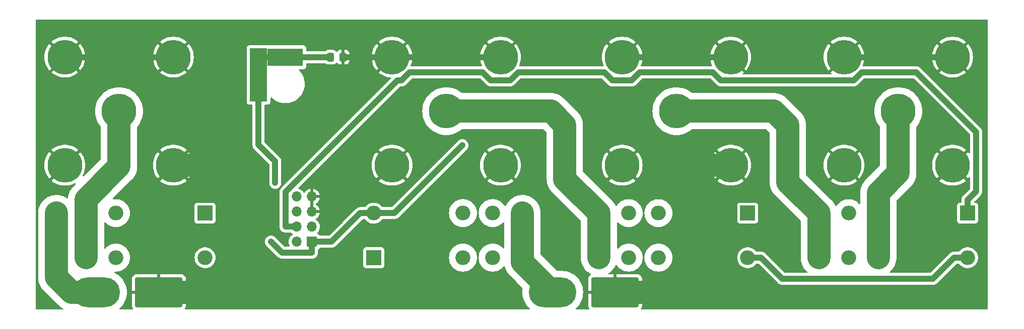
<source format=gtl>
G04 #@! TF.GenerationSoftware,KiCad,Pcbnew,7.0.9-7.0.9~ubuntu20.04.1*
G04 #@! TF.CreationDate,2023-12-17T17:55:52+01:00*
G04 #@! TF.ProjectId,PL_switch,504c5f73-7769-4746-9368-2e6b69636164,1.0*
G04 #@! TF.SameCoordinates,Original*
G04 #@! TF.FileFunction,Copper,L1,Top*
G04 #@! TF.FilePolarity,Positive*
%FSLAX46Y46*%
G04 Gerber Fmt 4.6, Leading zero omitted, Abs format (unit mm)*
G04 Created by KiCad (PCBNEW 7.0.9-7.0.9~ubuntu20.04.1) date 2023-12-17 17:55:52*
%MOMM*%
%LPD*%
G01*
G04 APERTURE LIST*
G04 Aperture macros list*
%AMRoundRect*
0 Rectangle with rounded corners*
0 $1 Rounding radius*
0 $2 $3 $4 $5 $6 $7 $8 $9 X,Y pos of 4 corners*
0 Add a 4 corners polygon primitive as box body*
4,1,4,$2,$3,$4,$5,$6,$7,$8,$9,$2,$3,0*
0 Add four circle primitives for the rounded corners*
1,1,$1+$1,$2,$3*
1,1,$1+$1,$4,$5*
1,1,$1+$1,$6,$7*
1,1,$1+$1,$8,$9*
0 Add four rect primitives between the rounded corners*
20,1,$1+$1,$2,$3,$4,$5,0*
20,1,$1+$1,$4,$5,$6,$7,0*
20,1,$1+$1,$6,$7,$8,$9,0*
20,1,$1+$1,$8,$9,$2,$3,0*%
G04 Aperture macros list end*
G04 #@! TA.AperFunction,ComponentPad*
%ADD10R,2.500000X2.500000*%
G04 #@! TD*
G04 #@! TA.AperFunction,ComponentPad*
%ADD11O,2.500000X2.500000*%
G04 #@! TD*
G04 #@! TA.AperFunction,SMDPad,CuDef*
%ADD12RoundRect,0.250000X-0.337500X-0.475000X0.337500X-0.475000X0.337500X0.475000X-0.337500X0.475000X0*%
G04 #@! TD*
G04 #@! TA.AperFunction,ComponentPad*
%ADD13C,5.842000*%
G04 #@! TD*
G04 #@! TA.AperFunction,ComponentPad*
%ADD14R,1.700000X1.700000*%
G04 #@! TD*
G04 #@! TA.AperFunction,ComponentPad*
%ADD15O,1.700000X1.700000*%
G04 #@! TD*
G04 #@! TA.AperFunction,SMDPad,CuDef*
%ADD16R,3.000000X9.000000*%
G04 #@! TD*
G04 #@! TA.AperFunction,SMDPad,CuDef*
%ADD17R,6.000000X3.000000*%
G04 #@! TD*
G04 #@! TA.AperFunction,SMDPad,CuDef*
%ADD18RoundRect,2.500000X-1.500000X0.000000X1.500000X0.000000X1.500000X0.000000X-1.500000X0.000000X0*%
G04 #@! TD*
G04 #@! TA.AperFunction,SMDPad,CuDef*
%ADD19RoundRect,0.250000X-3.750000X-2.250000X3.750000X-2.250000X3.750000X2.250000X-3.750000X2.250000X0*%
G04 #@! TD*
G04 #@! TA.AperFunction,ViaPad*
%ADD20C,0.800000*%
G04 #@! TD*
G04 #@! TA.AperFunction,Conductor*
%ADD21C,3.900000*%
G04 #@! TD*
G04 #@! TA.AperFunction,Conductor*
%ADD22C,2.499800*%
G04 #@! TD*
G04 #@! TA.AperFunction,Conductor*
%ADD23C,1.000000*%
G04 #@! TD*
G04 APERTURE END LIST*
D10*
X215646000Y-106294500D03*
D11*
X200646000Y-106294500D03*
X195646000Y-106294500D03*
X190646000Y-106294500D03*
X190646000Y-113794500D03*
X195646000Y-113794500D03*
X200646000Y-113794500D03*
X215646000Y-113794500D03*
D12*
X108585000Y-80010000D03*
X110660000Y-80010000D03*
D13*
X204000000Y-89100000D03*
X194881400Y-98218600D03*
X194881400Y-79981400D03*
X213118600Y-79981400D03*
X213118600Y-98218600D03*
D14*
X105410000Y-111125000D03*
D15*
X102870000Y-111125000D03*
X105410000Y-108585000D03*
X102870000Y-108585000D03*
X105410000Y-106045000D03*
X102870000Y-106045000D03*
X105410000Y-103505000D03*
X102870000Y-103505000D03*
D16*
X96465000Y-83010000D03*
D17*
X100965000Y-80010000D03*
D18*
X69215000Y-119634000D03*
D19*
X79715000Y-119634000D03*
D13*
X128016000Y-89100000D03*
X118897400Y-98218600D03*
X137134600Y-98218600D03*
X118897400Y-79981400D03*
X137134600Y-79981400D03*
X73025000Y-89100000D03*
X82143600Y-79981400D03*
X63906400Y-98218600D03*
X63906400Y-79981400D03*
X82143600Y-98218600D03*
X166700000Y-89100000D03*
X157581400Y-98218600D03*
X175818600Y-98218600D03*
X175818600Y-79981400D03*
X157581400Y-79981400D03*
D10*
X178689000Y-106294500D03*
D11*
X163689000Y-106294500D03*
X158689000Y-106294500D03*
X153689000Y-106294500D03*
X153689000Y-113794500D03*
X158689000Y-113794500D03*
X163689000Y-113794500D03*
X178689000Y-113794500D03*
D10*
X115824000Y-113792000D03*
D11*
X130824000Y-113792000D03*
X135824000Y-113792000D03*
X140824000Y-113792000D03*
X140824000Y-106292000D03*
X135824000Y-106292000D03*
X130824000Y-106292000D03*
X115824000Y-106292000D03*
D18*
X145915000Y-119634000D03*
D19*
X156415000Y-119634000D03*
D10*
X87475500Y-106294500D03*
D11*
X72475500Y-106294500D03*
X67475500Y-106294500D03*
X62475500Y-106294500D03*
X62475500Y-113794500D03*
X67475500Y-113794500D03*
X72475500Y-113794500D03*
X87475500Y-113794500D03*
D20*
X99276900Y-101168900D03*
X98565200Y-111095200D03*
X130727700Y-94854000D03*
D21*
X73025000Y-98425000D02*
X73025000Y-89100000D01*
X67475500Y-103974500D02*
X73025000Y-98425000D01*
X67475500Y-106294500D02*
X67475500Y-113794500D01*
X67475500Y-106294500D02*
X67475500Y-103974500D01*
X67475900Y-110044200D02*
X67475900Y-113794100D01*
D22*
X67475900Y-113794100D02*
X67475500Y-113794500D01*
D23*
X99276900Y-97580500D02*
X96465000Y-94768600D01*
X100965000Y-80010000D02*
X96964700Y-80010000D01*
X99276900Y-101168900D02*
X99276900Y-97580500D01*
X108585000Y-80010000D02*
X100965000Y-80010000D01*
X96964700Y-82510300D02*
X96465000Y-83010000D01*
X96964700Y-80010000D02*
X96964700Y-82510300D01*
X96465000Y-94768600D02*
X96465000Y-83010000D01*
D21*
X153689000Y-106294500D02*
X147955000Y-100560500D01*
X147955000Y-100560500D02*
X147955000Y-91440000D01*
X153689000Y-106294500D02*
X153689000Y-113794500D01*
X147955000Y-91440000D02*
X145615000Y-89100000D01*
X145615000Y-89100000D02*
X128016000Y-89100000D01*
D23*
X120521532Y-83902400D02*
X119842100Y-83902400D01*
X215646000Y-104044200D02*
X217082000Y-102608200D01*
X197857932Y-82550000D02*
X196505532Y-83902400D01*
X159205532Y-83902400D02*
X155957268Y-83902400D01*
X119842100Y-83902400D02*
X101019700Y-102724800D01*
X160557932Y-82550000D02*
X159205532Y-83902400D01*
X138758732Y-83902400D02*
X135510468Y-83902400D01*
X217082000Y-102608200D02*
X217082000Y-92622000D01*
X207010000Y-82550000D02*
X197857932Y-82550000D01*
X135510468Y-83902400D02*
X134158068Y-82550000D01*
X217082000Y-92622000D02*
X207010000Y-82550000D01*
X215646000Y-106294500D02*
X215646000Y-104044200D01*
X196505532Y-83902400D02*
X174194468Y-83902400D01*
X101019700Y-108585000D02*
X102870000Y-108585000D01*
X121873932Y-82550000D02*
X120521532Y-83902400D01*
X134158068Y-82550000D02*
X121873932Y-82550000D01*
X140111132Y-82550000D02*
X138758732Y-83902400D01*
X154604868Y-82550000D02*
X140111132Y-82550000D01*
X174194468Y-83902400D02*
X172842068Y-82550000D01*
X101019700Y-102724800D02*
X101019700Y-108585000D01*
X155957268Y-83902400D02*
X154604868Y-82550000D01*
X172842068Y-82550000D02*
X160557932Y-82550000D01*
X82143600Y-79981400D02*
X63906400Y-79981400D01*
D21*
X156415000Y-119634000D02*
X166751000Y-119634000D01*
X94615000Y-98425000D02*
X94408600Y-98218600D01*
X93091000Y-119634000D02*
X94615000Y-118110000D01*
X94615000Y-118110000D02*
X94615000Y-98425000D01*
D23*
X118897400Y-79981400D02*
X110688600Y-79981400D01*
D21*
X166751000Y-119634000D02*
X169545000Y-116840000D01*
X94408600Y-98218600D02*
X82143600Y-98218600D01*
X169545000Y-98425000D02*
X169751400Y-98218600D01*
X169545000Y-116840000D02*
X169545000Y-98425000D01*
D23*
X137134600Y-79981400D02*
X118897400Y-79981400D01*
D21*
X169751400Y-98218600D02*
X175818600Y-98218600D01*
X79715000Y-119634000D02*
X93091000Y-119634000D01*
D23*
X110688600Y-79981400D02*
X110660000Y-80010000D01*
X194881400Y-79981400D02*
X213118600Y-79981400D01*
X157581400Y-79981400D02*
X175818600Y-79981400D01*
D21*
X185420000Y-101068500D02*
X185420000Y-91440000D01*
X183080000Y-89100000D02*
X166700000Y-89100000D01*
X185420000Y-91440000D02*
X183080000Y-89100000D01*
X190646000Y-106294500D02*
X185420000Y-101068500D01*
X190646000Y-106294500D02*
X190646000Y-113794500D01*
X204000000Y-99530000D02*
X204000000Y-89100000D01*
X200646000Y-102884000D02*
X204000000Y-99530000D01*
X200646000Y-106294500D02*
X200646000Y-113794500D01*
X200646000Y-106294500D02*
X200646000Y-102884000D01*
D23*
X130727700Y-94854000D02*
X119289700Y-106292000D01*
X213395700Y-113794500D02*
X209822400Y-117367800D01*
X215646000Y-113794500D02*
X213395700Y-113794500D01*
X113573700Y-106292000D02*
X108740700Y-111125000D01*
X108740700Y-111125000D02*
X105410000Y-111125000D01*
X178689000Y-113794500D02*
X180939300Y-113794500D01*
X105410000Y-111125000D02*
X105410000Y-112975300D01*
X119289700Y-106292000D02*
X115824000Y-106292000D01*
X115824000Y-106292000D02*
X113573700Y-106292000D01*
X209822400Y-117367800D02*
X184512600Y-117367800D01*
X100445300Y-112975300D02*
X98565200Y-111095200D01*
X105410000Y-112975300D02*
X100445300Y-112975300D01*
X184512600Y-117367800D02*
X180939300Y-113794500D01*
D21*
X140824000Y-106292000D02*
X140824000Y-113792000D01*
X140824000Y-113792000D02*
X140824000Y-114543000D01*
X140824000Y-114543000D02*
X145915000Y-119634000D01*
X62475500Y-117085500D02*
X65024000Y-119634000D01*
X65024000Y-119634000D02*
X66547234Y-119634000D01*
X62475500Y-113794500D02*
X62475500Y-117085500D01*
X62475500Y-106294500D02*
X62475500Y-113794500D01*
X66547234Y-119634000D02*
X69215000Y-119634000D01*
G04 #@! TA.AperFunction,Conductor*
G36*
X105664000Y-105611325D02*
G01*
X105552315Y-105560320D01*
X105445763Y-105545000D01*
X105374237Y-105545000D01*
X105267685Y-105560320D01*
X105156000Y-105611325D01*
X105156000Y-103938674D01*
X105267685Y-103989680D01*
X105374237Y-104005000D01*
X105445763Y-104005000D01*
X105552315Y-103989680D01*
X105664000Y-103938674D01*
X105664000Y-105611325D01*
G37*
G04 #@! TD.AperFunction*
G04 #@! TA.AperFunction,Conductor*
G36*
X219016621Y-73680502D02*
G01*
X219063114Y-73734158D01*
X219074500Y-73786500D01*
X219074500Y-122428500D01*
X219054498Y-122496621D01*
X219000842Y-122543114D01*
X218948500Y-122554500D01*
X160867783Y-122554500D01*
X160799662Y-122534498D01*
X160753169Y-122480842D01*
X160743065Y-122410568D01*
X160760542Y-122362353D01*
X160856657Y-122206525D01*
X160912393Y-122038321D01*
X160912394Y-122038318D01*
X160922999Y-121934516D01*
X160923000Y-121934516D01*
X160923000Y-119888000D01*
X151907000Y-119888000D01*
X151907000Y-121934516D01*
X151917605Y-122038318D01*
X151917606Y-122038321D01*
X151973342Y-122206525D01*
X152069458Y-122362353D01*
X152088195Y-122430833D01*
X152066936Y-122498571D01*
X152012428Y-122544063D01*
X151962217Y-122554500D01*
X149885547Y-122554500D01*
X149817426Y-122534498D01*
X149770933Y-122480842D01*
X149760829Y-122410568D01*
X149790323Y-122345988D01*
X149806252Y-122330580D01*
X149824963Y-122315428D01*
X149827511Y-122313365D01*
X150094365Y-122046511D01*
X150331863Y-121753225D01*
X150537403Y-121436721D01*
X150708734Y-121100465D01*
X150843978Y-120748143D01*
X150941653Y-120383613D01*
X151000690Y-120010871D01*
X151000690Y-120010866D01*
X151000691Y-120010862D01*
X151015500Y-119728287D01*
X151015500Y-119539713D01*
X151000691Y-119257137D01*
X150963077Y-119019655D01*
X150941653Y-118884387D01*
X150843978Y-118519857D01*
X150843977Y-118519855D01*
X150843976Y-118519850D01*
X150708738Y-118167544D01*
X150708734Y-118167535D01*
X150537408Y-117831288D01*
X150537406Y-117831285D01*
X150537403Y-117831279D01*
X150398429Y-117617278D01*
X150331868Y-117514782D01*
X150331856Y-117514765D01*
X150094368Y-117221493D01*
X150094365Y-117221489D01*
X150094361Y-117221485D01*
X150094354Y-117221477D01*
X149827522Y-116954645D01*
X149827506Y-116954631D01*
X149534234Y-116717143D01*
X149534217Y-116717131D01*
X149352595Y-116599185D01*
X149217721Y-116511597D01*
X149217716Y-116511594D01*
X149217711Y-116511591D01*
X148881463Y-116340265D01*
X148881455Y-116340261D01*
X148529149Y-116205023D01*
X148164611Y-116107346D01*
X147791862Y-116048308D01*
X147509287Y-116033500D01*
X147509280Y-116033500D01*
X146680749Y-116033500D01*
X146612628Y-116013498D01*
X146591654Y-115996595D01*
X143911405Y-113316346D01*
X143877379Y-113254034D01*
X143874500Y-113227251D01*
X143874500Y-106204858D01*
X143874500Y-106204855D01*
X143859567Y-105943701D01*
X143800077Y-105599943D01*
X143701789Y-105265207D01*
X143565986Y-104943856D01*
X143458398Y-104753342D01*
X143394439Y-104640086D01*
X143394433Y-104640077D01*
X143360674Y-104593612D01*
X143189377Y-104357841D01*
X142953481Y-104100816D01*
X142689824Y-103872356D01*
X142689819Y-103872352D01*
X142401846Y-103675441D01*
X142401847Y-103675441D01*
X142186542Y-103561837D01*
X142093294Y-103512635D01*
X141768196Y-103386063D01*
X141768194Y-103386062D01*
X141768195Y-103386062D01*
X141430798Y-103297375D01*
X141430788Y-103297373D01*
X141085481Y-103247725D01*
X140899485Y-103242411D01*
X140736747Y-103237763D01*
X140736745Y-103237763D01*
X140736740Y-103237763D01*
X140389156Y-103267617D01*
X140047250Y-103336895D01*
X140047246Y-103336897D01*
X139715449Y-103444703D01*
X139398100Y-103589632D01*
X139099356Y-103769782D01*
X138823083Y-103982820D01*
X138616409Y-104183675D01*
X138572900Y-104225959D01*
X138411602Y-104423218D01*
X138352058Y-104496037D01*
X138163450Y-104789517D01*
X138163449Y-104789519D01*
X138040944Y-105038681D01*
X137992938Y-105090987D01*
X137924274Y-105109036D01*
X137856752Y-105087096D01*
X137823109Y-105053091D01*
X137692778Y-104858036D01*
X137489620Y-104626380D01*
X137257964Y-104423222D01*
X137257963Y-104423221D01*
X137257957Y-104423216D01*
X137001769Y-104252038D01*
X136730503Y-104118265D01*
X136725427Y-104115762D01*
X136725422Y-104115760D01*
X136725419Y-104115759D01*
X136433667Y-104016722D01*
X136433661Y-104016720D01*
X136433659Y-104016720D01*
X136346979Y-103999478D01*
X136131470Y-103956610D01*
X136131455Y-103956608D01*
X135824003Y-103936457D01*
X135823997Y-103936457D01*
X135516544Y-103956608D01*
X135516529Y-103956610D01*
X135257680Y-104008099D01*
X135214341Y-104016720D01*
X135214339Y-104016720D01*
X135214332Y-104016722D01*
X134922580Y-104115759D01*
X134922566Y-104115765D01*
X134646231Y-104252038D01*
X134390040Y-104423218D01*
X134390038Y-104423220D01*
X134158380Y-104626380D01*
X133955220Y-104858038D01*
X133955218Y-104858040D01*
X133784038Y-105114231D01*
X133647765Y-105390566D01*
X133647759Y-105390580D01*
X133548722Y-105682332D01*
X133548720Y-105682339D01*
X133548720Y-105682341D01*
X133540099Y-105725680D01*
X133488610Y-105984529D01*
X133488608Y-105984544D01*
X133468457Y-106291996D01*
X133468457Y-106292003D01*
X133488608Y-106599455D01*
X133488610Y-106599470D01*
X133512628Y-106720212D01*
X133544863Y-106882270D01*
X133548720Y-106901657D01*
X133548722Y-106901667D01*
X133647759Y-107193419D01*
X133647765Y-107193433D01*
X133784038Y-107469769D01*
X133955216Y-107725957D01*
X133955221Y-107725963D01*
X133955222Y-107725964D01*
X134158380Y-107957620D01*
X134390036Y-108160778D01*
X134390042Y-108160783D01*
X134581307Y-108288581D01*
X134646228Y-108331960D01*
X134922573Y-108468238D01*
X135214341Y-108567280D01*
X135475560Y-108619239D01*
X135516529Y-108627389D01*
X135516531Y-108627389D01*
X135516540Y-108627391D01*
X135692231Y-108638906D01*
X135823997Y-108647543D01*
X135824000Y-108647543D01*
X135824003Y-108647543D01*
X135939297Y-108639986D01*
X136131460Y-108627391D01*
X136433659Y-108567280D01*
X136725427Y-108468238D01*
X137001772Y-108331960D01*
X137254215Y-108163283D01*
X137257957Y-108160783D01*
X137257958Y-108160781D01*
X137257964Y-108160778D01*
X137489620Y-107957620D01*
X137552769Y-107885611D01*
X137612722Y-107847586D01*
X137683717Y-107848008D01*
X137743214Y-107886747D01*
X137772322Y-107951502D01*
X137773500Y-107968691D01*
X137773500Y-112115308D01*
X137753498Y-112183429D01*
X137699842Y-112229922D01*
X137629568Y-112240026D01*
X137564988Y-112210532D01*
X137552769Y-112198386D01*
X137489624Y-112126384D01*
X137489621Y-112126382D01*
X137489620Y-112126380D01*
X137257964Y-111923222D01*
X137257963Y-111923221D01*
X137257957Y-111923216D01*
X137001769Y-111752038D01*
X136730503Y-111618265D01*
X136725427Y-111615762D01*
X136725422Y-111615760D01*
X136725419Y-111615759D01*
X136433667Y-111516722D01*
X136433661Y-111516720D01*
X136433659Y-111516720D01*
X136346979Y-111499478D01*
X136131470Y-111456610D01*
X136131455Y-111456608D01*
X135824003Y-111436457D01*
X135823997Y-111436457D01*
X135516544Y-111456608D01*
X135516529Y-111456610D01*
X135257680Y-111508099D01*
X135214341Y-111516720D01*
X135214339Y-111516720D01*
X135214332Y-111516722D01*
X134922580Y-111615759D01*
X134922566Y-111615765D01*
X134646231Y-111752038D01*
X134390040Y-111923218D01*
X134390038Y-111923220D01*
X134158380Y-112126380D01*
X133955220Y-112358038D01*
X133955218Y-112358040D01*
X133784038Y-112614231D01*
X133647765Y-112890566D01*
X133647759Y-112890580D01*
X133548722Y-113182332D01*
X133548720Y-113182342D01*
X133488610Y-113484529D01*
X133488608Y-113484544D01*
X133468457Y-113791996D01*
X133468457Y-113792003D01*
X133488608Y-114099455D01*
X133488610Y-114099470D01*
X133548720Y-114401657D01*
X133548722Y-114401667D01*
X133647759Y-114693419D01*
X133647765Y-114693433D01*
X133784038Y-114969769D01*
X133955216Y-115225957D01*
X133955221Y-115225963D01*
X133955222Y-115225964D01*
X134158380Y-115457620D01*
X134357495Y-115632240D01*
X134390042Y-115660783D01*
X134581307Y-115788581D01*
X134646228Y-115831960D01*
X134922573Y-115968238D01*
X135214341Y-116067280D01*
X135475560Y-116119239D01*
X135516529Y-116127389D01*
X135516531Y-116127389D01*
X135516540Y-116127391D01*
X135679562Y-116138076D01*
X135823997Y-116147543D01*
X135824000Y-116147543D01*
X135824003Y-116147543D01*
X135968438Y-116138076D01*
X136131460Y-116127391D01*
X136433659Y-116067280D01*
X136725427Y-115968238D01*
X137001772Y-115831960D01*
X137254215Y-115663283D01*
X137257957Y-115660783D01*
X137257958Y-115660781D01*
X137257964Y-115660778D01*
X137489620Y-115457620D01*
X137654594Y-115269503D01*
X137714544Y-115231478D01*
X137785540Y-115231900D01*
X137845036Y-115270638D01*
X137872443Y-115325799D01*
X137880291Y-115361876D01*
X137915482Y-115465141D01*
X137946210Y-115569792D01*
X137946212Y-115569796D01*
X137970824Y-115628036D01*
X137972426Y-115632240D01*
X137992821Y-115692087D01*
X137992828Y-115692105D01*
X138039551Y-115790663D01*
X138082010Y-115891136D01*
X138082016Y-115891148D01*
X138113113Y-115946213D01*
X138115180Y-115950200D01*
X138123730Y-115968234D01*
X138142262Y-116007327D01*
X138142269Y-116007341D01*
X138181146Y-116069777D01*
X138199919Y-116099926D01*
X138228221Y-116150043D01*
X138253565Y-116194920D01*
X138253566Y-116194922D01*
X138290733Y-116246077D01*
X138293246Y-116249809D01*
X138326664Y-116303480D01*
X138326676Y-116303496D01*
X138394503Y-116388906D01*
X138458619Y-116477155D01*
X138501372Y-116523737D01*
X138504293Y-116527157D01*
X138527450Y-116556316D01*
X138543627Y-116576686D01*
X138543630Y-116576689D01*
X138543634Y-116576694D01*
X138589187Y-116622246D01*
X138620765Y-116653824D01*
X138694519Y-116734184D01*
X138694521Y-116734186D01*
X138694526Y-116734191D01*
X138742309Y-116775595D01*
X138745587Y-116778646D01*
X139798220Y-117831279D01*
X140837888Y-118870947D01*
X140871914Y-118933259D01*
X140873242Y-118979753D01*
X140829308Y-119257137D01*
X140814500Y-119539713D01*
X140814500Y-119728287D01*
X140829308Y-120010862D01*
X140888346Y-120383611D01*
X140986023Y-120748149D01*
X141121261Y-121100455D01*
X141121265Y-121100463D01*
X141292591Y-121436711D01*
X141292594Y-121436716D01*
X141292597Y-121436721D01*
X141380185Y-121571595D01*
X141498131Y-121753217D01*
X141498143Y-121753234D01*
X141735631Y-122046506D01*
X141735645Y-122046522D01*
X142002484Y-122313361D01*
X142023748Y-122330580D01*
X142064100Y-122388995D01*
X142066464Y-122459952D01*
X142030091Y-122520923D01*
X141966529Y-122552551D01*
X141944453Y-122554500D01*
X84167783Y-122554500D01*
X84099662Y-122534498D01*
X84053169Y-122480842D01*
X84043065Y-122410568D01*
X84060542Y-122362353D01*
X84156657Y-122206525D01*
X84212393Y-122038321D01*
X84212394Y-122038318D01*
X84222999Y-121934516D01*
X84223000Y-121934516D01*
X84223000Y-119888000D01*
X75207000Y-119888000D01*
X75207000Y-121934516D01*
X75217605Y-122038318D01*
X75217606Y-122038321D01*
X75273342Y-122206525D01*
X75369458Y-122362353D01*
X75388195Y-122430833D01*
X75366936Y-122498571D01*
X75312428Y-122544063D01*
X75262217Y-122554500D01*
X73185547Y-122554500D01*
X73117426Y-122534498D01*
X73070933Y-122480842D01*
X73060829Y-122410568D01*
X73090323Y-122345988D01*
X73106252Y-122330580D01*
X73124963Y-122315428D01*
X73127511Y-122313365D01*
X73394365Y-122046511D01*
X73631863Y-121753225D01*
X73837403Y-121436721D01*
X74008734Y-121100465D01*
X74143978Y-120748143D01*
X74241653Y-120383613D01*
X74300690Y-120010871D01*
X74300690Y-120010866D01*
X74300691Y-120010862D01*
X74315500Y-119728287D01*
X74315500Y-119539713D01*
X74307130Y-119380000D01*
X75207000Y-119380000D01*
X79461000Y-119380000D01*
X79461000Y-116626000D01*
X79969000Y-116626000D01*
X79969000Y-119380000D01*
X84223000Y-119380000D01*
X84223000Y-117333483D01*
X84212394Y-117229681D01*
X84212393Y-117229678D01*
X84156657Y-117061474D01*
X84063634Y-116910660D01*
X84063629Y-116910654D01*
X83938345Y-116785370D01*
X83938339Y-116785365D01*
X83787525Y-116692342D01*
X83619321Y-116636606D01*
X83619318Y-116636605D01*
X83515516Y-116626000D01*
X79969000Y-116626000D01*
X79461000Y-116626000D01*
X75914483Y-116626000D01*
X75810681Y-116636605D01*
X75810678Y-116636606D01*
X75642474Y-116692342D01*
X75491660Y-116785365D01*
X75491654Y-116785370D01*
X75366370Y-116910654D01*
X75366365Y-116910660D01*
X75273342Y-117061474D01*
X75217606Y-117229678D01*
X75217605Y-117229681D01*
X75207000Y-117333483D01*
X75207000Y-119380000D01*
X74307130Y-119380000D01*
X74300691Y-119257137D01*
X74263077Y-119019655D01*
X74241653Y-118884387D01*
X74143978Y-118519857D01*
X74143977Y-118519855D01*
X74143976Y-118519850D01*
X74008738Y-118167544D01*
X74008734Y-118167535D01*
X73837408Y-117831288D01*
X73837406Y-117831285D01*
X73837403Y-117831279D01*
X73698429Y-117617278D01*
X73631868Y-117514782D01*
X73631856Y-117514765D01*
X73394368Y-117221493D01*
X73394365Y-117221489D01*
X73394361Y-117221485D01*
X73394354Y-117221477D01*
X73127522Y-116954645D01*
X73127506Y-116954631D01*
X72834234Y-116717143D01*
X72834217Y-116717131D01*
X72652595Y-116599185D01*
X72517721Y-116511597D01*
X72517716Y-116511594D01*
X72517711Y-116511591D01*
X72255322Y-116377898D01*
X72203707Y-116329150D01*
X72186641Y-116260235D01*
X72209542Y-116193033D01*
X72265139Y-116148881D01*
X72320765Y-116139901D01*
X72397678Y-116144942D01*
X72475497Y-116150043D01*
X72475500Y-116150043D01*
X72475503Y-116150043D01*
X72590797Y-116142486D01*
X72782960Y-116129891D01*
X73085159Y-116069780D01*
X73376927Y-115970738D01*
X73653272Y-115834460D01*
X73909464Y-115663278D01*
X74141120Y-115460120D01*
X74344278Y-115228464D01*
X74345949Y-115225964D01*
X74436374Y-115090632D01*
X74515460Y-114972272D01*
X74651738Y-114695927D01*
X74750780Y-114404159D01*
X74810891Y-114101960D01*
X74831043Y-113794500D01*
X85712069Y-113794500D01*
X85731765Y-114057326D01*
X85731766Y-114057330D01*
X85790411Y-114314275D01*
X85886702Y-114559620D01*
X85886705Y-114559628D01*
X86018482Y-114787872D01*
X86018484Y-114787875D01*
X86018485Y-114787876D01*
X86182814Y-114993938D01*
X86376019Y-115173206D01*
X86376025Y-115173210D01*
X86593775Y-115321670D01*
X86593779Y-115321672D01*
X86593785Y-115321676D01*
X86831246Y-115436032D01*
X86831249Y-115436032D01*
X86831254Y-115436035D01*
X87083089Y-115513715D01*
X87083091Y-115513715D01*
X87083100Y-115513718D01*
X87343719Y-115553000D01*
X87343723Y-115553000D01*
X87607277Y-115553000D01*
X87607281Y-115553000D01*
X87867900Y-115513718D01*
X87935433Y-115492887D01*
X88119745Y-115436035D01*
X88119747Y-115436034D01*
X88119754Y-115436032D01*
X88357216Y-115321676D01*
X88574981Y-115173206D01*
X88663956Y-115090649D01*
X114065500Y-115090649D01*
X114072009Y-115151196D01*
X114072011Y-115151204D01*
X114123110Y-115288202D01*
X114123112Y-115288207D01*
X114210738Y-115405261D01*
X114327792Y-115492887D01*
X114327794Y-115492888D01*
X114327796Y-115492889D01*
X114383640Y-115513718D01*
X114464795Y-115543988D01*
X114464803Y-115543990D01*
X114525350Y-115550499D01*
X114525355Y-115550499D01*
X114525362Y-115550500D01*
X114525368Y-115550500D01*
X117122632Y-115550500D01*
X117122638Y-115550500D01*
X117122645Y-115550499D01*
X117122649Y-115550499D01*
X117183196Y-115543990D01*
X117183199Y-115543989D01*
X117183201Y-115543989D01*
X117320204Y-115492889D01*
X117363980Y-115460119D01*
X117437261Y-115405261D01*
X117524887Y-115288207D01*
X117524887Y-115288206D01*
X117524889Y-115288204D01*
X117575989Y-115151201D01*
X117576911Y-115142632D01*
X117582499Y-115090649D01*
X117582500Y-115090632D01*
X117582500Y-113792003D01*
X128468457Y-113792003D01*
X128488608Y-114099455D01*
X128488610Y-114099470D01*
X128548720Y-114401657D01*
X128548722Y-114401667D01*
X128647759Y-114693419D01*
X128647765Y-114693433D01*
X128784038Y-114969769D01*
X128955216Y-115225957D01*
X128955221Y-115225963D01*
X128955222Y-115225964D01*
X129158380Y-115457620D01*
X129357495Y-115632240D01*
X129390042Y-115660783D01*
X129581307Y-115788581D01*
X129646228Y-115831960D01*
X129922573Y-115968238D01*
X130214341Y-116067280D01*
X130475560Y-116119239D01*
X130516529Y-116127389D01*
X130516531Y-116127389D01*
X130516540Y-116127391D01*
X130679562Y-116138076D01*
X130823997Y-116147543D01*
X130824000Y-116147543D01*
X130824003Y-116147543D01*
X130968438Y-116138076D01*
X131131460Y-116127391D01*
X131433659Y-116067280D01*
X131725427Y-115968238D01*
X132001772Y-115831960D01*
X132254215Y-115663283D01*
X132257957Y-115660783D01*
X132257958Y-115660781D01*
X132257964Y-115660778D01*
X132489620Y-115457620D01*
X132692778Y-115225964D01*
X132863960Y-114969772D01*
X133000238Y-114693427D01*
X133099280Y-114401659D01*
X133159391Y-114099460D01*
X133179379Y-113794500D01*
X133179543Y-113792003D01*
X133179543Y-113791996D01*
X133159391Y-113484544D01*
X133159391Y-113484540D01*
X133099280Y-113182341D01*
X133096109Y-113173001D01*
X133063838Y-113077932D01*
X133000238Y-112890573D01*
X132863960Y-112614229D01*
X132738116Y-112425889D01*
X132692781Y-112358040D01*
X132692779Y-112358038D01*
X132692778Y-112358036D01*
X132489620Y-112126380D01*
X132257964Y-111923222D01*
X132257963Y-111923221D01*
X132257957Y-111923216D01*
X132001769Y-111752038D01*
X131730503Y-111618265D01*
X131725427Y-111615762D01*
X131725422Y-111615760D01*
X131725419Y-111615759D01*
X131433667Y-111516722D01*
X131433661Y-111516720D01*
X131433659Y-111516720D01*
X131346979Y-111499478D01*
X131131470Y-111456610D01*
X131131455Y-111456608D01*
X130824003Y-111436457D01*
X130823997Y-111436457D01*
X130516544Y-111456608D01*
X130516529Y-111456610D01*
X130257680Y-111508099D01*
X130214341Y-111516720D01*
X130214339Y-111516720D01*
X130214332Y-111516722D01*
X129922580Y-111615759D01*
X129922566Y-111615765D01*
X129646231Y-111752038D01*
X129390040Y-111923218D01*
X129390038Y-111923220D01*
X129158380Y-112126380D01*
X128955220Y-112358038D01*
X128955218Y-112358040D01*
X128784038Y-112614231D01*
X128647765Y-112890566D01*
X128647759Y-112890580D01*
X128548722Y-113182332D01*
X128548720Y-113182342D01*
X128488610Y-113484529D01*
X128488608Y-113484544D01*
X128468457Y-113791996D01*
X128468457Y-113792003D01*
X117582500Y-113792003D01*
X117582500Y-112493367D01*
X117582499Y-112493350D01*
X117575990Y-112432803D01*
X117575988Y-112432795D01*
X117524889Y-112295797D01*
X117524887Y-112295792D01*
X117437261Y-112178738D01*
X117320207Y-112091112D01*
X117320202Y-112091110D01*
X117183204Y-112040011D01*
X117183196Y-112040009D01*
X117122649Y-112033500D01*
X117122638Y-112033500D01*
X114525362Y-112033500D01*
X114525350Y-112033500D01*
X114464803Y-112040009D01*
X114464795Y-112040011D01*
X114327797Y-112091110D01*
X114327792Y-112091112D01*
X114210738Y-112178738D01*
X114123112Y-112295792D01*
X114123110Y-112295797D01*
X114072011Y-112432795D01*
X114072009Y-112432803D01*
X114065500Y-112493350D01*
X114065500Y-115090649D01*
X88663956Y-115090649D01*
X88768186Y-114993938D01*
X88932515Y-114787876D01*
X89064296Y-114559624D01*
X89160587Y-114314280D01*
X89219235Y-114057326D01*
X89238931Y-113794500D01*
X89219235Y-113531674D01*
X89160587Y-113274720D01*
X89064296Y-113029376D01*
X89064295Y-113029375D01*
X89064294Y-113029371D01*
X88932517Y-112801127D01*
X88932515Y-112801124D01*
X88768186Y-112595062D01*
X88574981Y-112415794D01*
X88574974Y-112415789D01*
X88357225Y-112267329D01*
X88357218Y-112267325D01*
X88119757Y-112152969D01*
X88119745Y-112152964D01*
X87867910Y-112075284D01*
X87867902Y-112075282D01*
X87867900Y-112075282D01*
X87607281Y-112036000D01*
X87343719Y-112036000D01*
X87083100Y-112075282D01*
X87083098Y-112075282D01*
X87083089Y-112075284D01*
X86831254Y-112152964D01*
X86831242Y-112152969D01*
X86593783Y-112267325D01*
X86593775Y-112267329D01*
X86376025Y-112415789D01*
X86376020Y-112415793D01*
X86182815Y-112595061D01*
X86018482Y-112801127D01*
X85886705Y-113029371D01*
X85886702Y-113029379D01*
X85790411Y-113274724D01*
X85742523Y-113484540D01*
X85731765Y-113531674D01*
X85712069Y-113794500D01*
X74831043Y-113794500D01*
X74830879Y-113792003D01*
X74810891Y-113487044D01*
X74810891Y-113487040D01*
X74750780Y-113184841D01*
X74746758Y-113172994D01*
X74728298Y-113118611D01*
X74651738Y-112893073D01*
X74515460Y-112616729D01*
X74392565Y-112432803D01*
X74344281Y-112360540D01*
X74344279Y-112360538D01*
X74344278Y-112360536D01*
X74141120Y-112128880D01*
X73909464Y-111925722D01*
X73909463Y-111925721D01*
X73909457Y-111925716D01*
X73653269Y-111754538D01*
X73376933Y-111618265D01*
X73376927Y-111618262D01*
X73376922Y-111618260D01*
X73376919Y-111618259D01*
X73085167Y-111519222D01*
X73085161Y-111519220D01*
X73085159Y-111519220D01*
X72998479Y-111501978D01*
X72782970Y-111459110D01*
X72782955Y-111459108D01*
X72475503Y-111438957D01*
X72475497Y-111438957D01*
X72168044Y-111459108D01*
X72168029Y-111459110D01*
X71909180Y-111510599D01*
X71865841Y-111519220D01*
X71865839Y-111519220D01*
X71865832Y-111519222D01*
X71574080Y-111618259D01*
X71574066Y-111618265D01*
X71297731Y-111754538D01*
X71041540Y-111925718D01*
X71041538Y-111925720D01*
X70809875Y-112128884D01*
X70747131Y-112200430D01*
X70687178Y-112238457D01*
X70616182Y-112238035D01*
X70556686Y-112199296D01*
X70527578Y-112134541D01*
X70526400Y-112117352D01*
X70526400Y-111095204D01*
X97551820Y-111095204D01*
X97571289Y-111292892D01*
X97571291Y-111292904D01*
X97628958Y-111483003D01*
X97628959Y-111483005D01*
X97722605Y-111658203D01*
X97817042Y-111773276D01*
X97817060Y-111773295D01*
X98311090Y-112267324D01*
X99694959Y-113651193D01*
X99699101Y-113655763D01*
X99728732Y-113691868D01*
X99882296Y-113817895D01*
X100057496Y-113911541D01*
X100101742Y-113924962D01*
X100247599Y-113969209D01*
X100247605Y-113969209D01*
X100247607Y-113969210D01*
X100445296Y-113988680D01*
X100445300Y-113988680D01*
X100445303Y-113988680D01*
X100491765Y-113984104D01*
X100497944Y-113983800D01*
X105357359Y-113983800D01*
X105363539Y-113984104D01*
X105409998Y-113988680D01*
X105410000Y-113988680D01*
X105410003Y-113988680D01*
X105607694Y-113969209D01*
X105607695Y-113969208D01*
X105607701Y-113969208D01*
X105797804Y-113911541D01*
X105973004Y-113817895D01*
X106126568Y-113691868D01*
X106252595Y-113538304D01*
X106346241Y-113363104D01*
X106403908Y-113173001D01*
X106418500Y-113024847D01*
X106423380Y-112975300D01*
X106418804Y-112928836D01*
X106418500Y-112922657D01*
X106418500Y-112546084D01*
X106438502Y-112477963D01*
X106492158Y-112431470D01*
X106500467Y-112428029D01*
X106501694Y-112427570D01*
X106506204Y-112425889D01*
X106519690Y-112415794D01*
X106623261Y-112338261D01*
X106710887Y-112221207D01*
X106710887Y-112221206D01*
X106710889Y-112221204D01*
X106713029Y-112215467D01*
X106755576Y-112158631D01*
X106822096Y-112133821D01*
X106831084Y-112133500D01*
X108688056Y-112133500D01*
X108694235Y-112133804D01*
X108740697Y-112138380D01*
X108740700Y-112138380D01*
X108740704Y-112138380D01*
X108938392Y-112118910D01*
X108938393Y-112118909D01*
X108938401Y-112118909D01*
X109128504Y-112061241D01*
X109132734Y-112058980D01*
X109303704Y-111967595D01*
X109457268Y-111841568D01*
X109486911Y-111805445D01*
X109491025Y-111800907D01*
X113954529Y-107337405D01*
X114016841Y-107303379D01*
X114043624Y-107300500D01*
X114318367Y-107300500D01*
X114386488Y-107320502D01*
X114416878Y-107347940D01*
X114493332Y-107443810D01*
X114531314Y-107491438D01*
X114724519Y-107670706D01*
X114724525Y-107670710D01*
X114942275Y-107819170D01*
X114942279Y-107819172D01*
X114942285Y-107819176D01*
X115179746Y-107933532D01*
X115179749Y-107933532D01*
X115179754Y-107933535D01*
X115431589Y-108011215D01*
X115431591Y-108011215D01*
X115431600Y-108011218D01*
X115692219Y-108050500D01*
X115692223Y-108050500D01*
X115955777Y-108050500D01*
X115955781Y-108050500D01*
X116216400Y-108011218D01*
X116267717Y-107995389D01*
X116468245Y-107933535D01*
X116468247Y-107933534D01*
X116468254Y-107933532D01*
X116705716Y-107819176D01*
X116923481Y-107670706D01*
X117116686Y-107491438D01*
X117231122Y-107347940D01*
X117289233Y-107307152D01*
X117329633Y-107300500D01*
X119237056Y-107300500D01*
X119243235Y-107300804D01*
X119289697Y-107305380D01*
X119289700Y-107305380D01*
X119289704Y-107305380D01*
X119487392Y-107285910D01*
X119487393Y-107285909D01*
X119487401Y-107285909D01*
X119677504Y-107228241D01*
X119680761Y-107226500D01*
X119852704Y-107134595D01*
X120006268Y-107008568D01*
X120035911Y-106972445D01*
X120040025Y-106967907D01*
X120715929Y-106292003D01*
X128468457Y-106292003D01*
X128488608Y-106599455D01*
X128488610Y-106599470D01*
X128512628Y-106720212D01*
X128544863Y-106882270D01*
X128548720Y-106901657D01*
X128548722Y-106901667D01*
X128647759Y-107193419D01*
X128647765Y-107193433D01*
X128784038Y-107469769D01*
X128955216Y-107725957D01*
X128955221Y-107725963D01*
X128955222Y-107725964D01*
X129158380Y-107957620D01*
X129390036Y-108160778D01*
X129390042Y-108160783D01*
X129581307Y-108288581D01*
X129646228Y-108331960D01*
X129922573Y-108468238D01*
X130214341Y-108567280D01*
X130475560Y-108619239D01*
X130516529Y-108627389D01*
X130516531Y-108627389D01*
X130516540Y-108627391D01*
X130692231Y-108638906D01*
X130823997Y-108647543D01*
X130824000Y-108647543D01*
X130824003Y-108647543D01*
X130939297Y-108639986D01*
X131131460Y-108627391D01*
X131433659Y-108567280D01*
X131725427Y-108468238D01*
X132001772Y-108331960D01*
X132254215Y-108163283D01*
X132257957Y-108160783D01*
X132257958Y-108160781D01*
X132257964Y-108160778D01*
X132489620Y-107957620D01*
X132692778Y-107725964D01*
X132863960Y-107469772D01*
X133000238Y-107193427D01*
X133099280Y-106901659D01*
X133159391Y-106599460D01*
X133179379Y-106294500D01*
X133179543Y-106292003D01*
X133179543Y-106291996D01*
X133159391Y-105984544D01*
X133159391Y-105984540D01*
X133099280Y-105682341D01*
X133000238Y-105390573D01*
X132863960Y-105114229D01*
X132729700Y-104913294D01*
X132692781Y-104858040D01*
X132692779Y-104858038D01*
X132692778Y-104858036D01*
X132489620Y-104626380D01*
X132257964Y-104423222D01*
X132257963Y-104423221D01*
X132257957Y-104423216D01*
X132001769Y-104252038D01*
X131730503Y-104118265D01*
X131725427Y-104115762D01*
X131725422Y-104115760D01*
X131725419Y-104115759D01*
X131433667Y-104016722D01*
X131433661Y-104016720D01*
X131433659Y-104016720D01*
X131346979Y-103999478D01*
X131131470Y-103956610D01*
X131131455Y-103956608D01*
X130824003Y-103936457D01*
X130823997Y-103936457D01*
X130516544Y-103956608D01*
X130516529Y-103956610D01*
X130257680Y-104008099D01*
X130214341Y-104016720D01*
X130214339Y-104016720D01*
X130214332Y-104016722D01*
X129922580Y-104115759D01*
X129922566Y-104115765D01*
X129646231Y-104252038D01*
X129390040Y-104423218D01*
X129390038Y-104423220D01*
X129158380Y-104626380D01*
X128955220Y-104858038D01*
X128955218Y-104858040D01*
X128784038Y-105114231D01*
X128647765Y-105390566D01*
X128647759Y-105390580D01*
X128548722Y-105682332D01*
X128548720Y-105682339D01*
X128548720Y-105682341D01*
X128540099Y-105725680D01*
X128488610Y-105984529D01*
X128488608Y-105984544D01*
X128468457Y-106291996D01*
X128468457Y-106292003D01*
X120715929Y-106292003D01*
X128789330Y-98218604D01*
X133700564Y-98218604D01*
X133720694Y-98589883D01*
X133780849Y-98956812D01*
X133880324Y-99315090D01*
X134017948Y-99660502D01*
X134017952Y-99660511D01*
X134192120Y-99989028D01*
X134400789Y-100296791D01*
X134536925Y-100457063D01*
X135798086Y-99195901D01*
X135963557Y-99389643D01*
X136157296Y-99555112D01*
X134893512Y-100818897D01*
X134911454Y-100835894D01*
X135207458Y-101060910D01*
X135207464Y-101060913D01*
X135526067Y-101252610D01*
X135526074Y-101252614D01*
X135863520Y-101408734D01*
X135863532Y-101408739D01*
X136215888Y-101527461D01*
X136215902Y-101527465D01*
X136579022Y-101607395D01*
X136579046Y-101607399D01*
X136948677Y-101647599D01*
X136948693Y-101647600D01*
X137320507Y-101647600D01*
X137320522Y-101647599D01*
X137690153Y-101607399D01*
X137690177Y-101607395D01*
X138053297Y-101527465D01*
X138053311Y-101527461D01*
X138405667Y-101408739D01*
X138405679Y-101408734D01*
X138743125Y-101252614D01*
X138743132Y-101252610D01*
X139061735Y-101060913D01*
X139061741Y-101060910D01*
X139357751Y-100835888D01*
X139357758Y-100835882D01*
X139375687Y-100818898D01*
X139375687Y-100818897D01*
X138111903Y-99555112D01*
X138305643Y-99389643D01*
X138471112Y-99195902D01*
X139732274Y-100457063D01*
X139868409Y-100296792D01*
X140077079Y-99989028D01*
X140251247Y-99660511D01*
X140251251Y-99660502D01*
X140388875Y-99315090D01*
X140488350Y-98956812D01*
X140548505Y-98589883D01*
X140568636Y-98218604D01*
X140568636Y-98218595D01*
X140548505Y-97847316D01*
X140488350Y-97480387D01*
X140388875Y-97122109D01*
X140251251Y-96776697D01*
X140251247Y-96776688D01*
X140077079Y-96448171D01*
X139868410Y-96140408D01*
X139732274Y-95980135D01*
X138471112Y-97241296D01*
X138305643Y-97047557D01*
X138111902Y-96882086D01*
X139375687Y-95618301D01*
X139357749Y-95601309D01*
X139061741Y-95376289D01*
X139061735Y-95376286D01*
X138743132Y-95184589D01*
X138743125Y-95184585D01*
X138405679Y-95028465D01*
X138405667Y-95028460D01*
X138053311Y-94909738D01*
X138053297Y-94909734D01*
X137690177Y-94829804D01*
X137690153Y-94829800D01*
X137320522Y-94789600D01*
X136948677Y-94789600D01*
X136579046Y-94829800D01*
X136579022Y-94829804D01*
X136215902Y-94909734D01*
X136215888Y-94909738D01*
X135863532Y-95028460D01*
X135863520Y-95028465D01*
X135526074Y-95184585D01*
X135526067Y-95184589D01*
X135207464Y-95376286D01*
X135207458Y-95376289D01*
X134911449Y-95601310D01*
X134893511Y-95618301D01*
X136157297Y-96882087D01*
X135963557Y-97047557D01*
X135798087Y-97241297D01*
X134536925Y-95980135D01*
X134400789Y-96140408D01*
X134192120Y-96448171D01*
X134017952Y-96776688D01*
X134017948Y-96776697D01*
X133880324Y-97122109D01*
X133780849Y-97480387D01*
X133720694Y-97847316D01*
X133700564Y-98218595D01*
X133700564Y-98218604D01*
X128789330Y-98218604D01*
X131475852Y-95532082D01*
X131570295Y-95417003D01*
X131663941Y-95241803D01*
X131721609Y-95051700D01*
X131721610Y-95051691D01*
X131741080Y-94854004D01*
X131741080Y-94853995D01*
X131721610Y-94656307D01*
X131721608Y-94656295D01*
X131663941Y-94466196D01*
X131663940Y-94466194D01*
X131602296Y-94350866D01*
X131570295Y-94290996D01*
X131444268Y-94137432D01*
X131290704Y-94011405D01*
X131115505Y-93917759D01*
X131115503Y-93917758D01*
X130925404Y-93860091D01*
X130925392Y-93860089D01*
X130727704Y-93840620D01*
X130727696Y-93840620D01*
X130530008Y-93860089D01*
X130529996Y-93860091D01*
X130339897Y-93917758D01*
X130339895Y-93917759D01*
X130164696Y-94011405D01*
X130049623Y-94105842D01*
X130049604Y-94105860D01*
X118908871Y-105246595D01*
X118846559Y-105280621D01*
X118819776Y-105283500D01*
X117329633Y-105283500D01*
X117261512Y-105263498D01*
X117231122Y-105236060D01*
X117183558Y-105176417D01*
X117116686Y-105092562D01*
X116923481Y-104913294D01*
X116909572Y-104903811D01*
X116705725Y-104764829D01*
X116705718Y-104764825D01*
X116468257Y-104650469D01*
X116468245Y-104650464D01*
X116216410Y-104572784D01*
X116216402Y-104572782D01*
X116216400Y-104572782D01*
X115955781Y-104533500D01*
X115692219Y-104533500D01*
X115431600Y-104572782D01*
X115431598Y-104572782D01*
X115431589Y-104572784D01*
X115179754Y-104650464D01*
X115179742Y-104650469D01*
X114942283Y-104764825D01*
X114942275Y-104764829D01*
X114724525Y-104913289D01*
X114724520Y-104913293D01*
X114531314Y-105092561D01*
X114416878Y-105236060D01*
X114358767Y-105276848D01*
X114318367Y-105283500D01*
X113626341Y-105283500D01*
X113620161Y-105283196D01*
X113573702Y-105278620D01*
X113573698Y-105278620D01*
X113524153Y-105283500D01*
X113376005Y-105298090D01*
X113185895Y-105355759D01*
X113010695Y-105449405D01*
X112857130Y-105575432D01*
X112827504Y-105611532D01*
X112823349Y-105616115D01*
X110582889Y-107856577D01*
X108359871Y-110079595D01*
X108297559Y-110113620D01*
X108270776Y-110116500D01*
X106831084Y-110116500D01*
X106762963Y-110096498D01*
X106716470Y-110042842D01*
X106713029Y-110034533D01*
X106710889Y-110028797D01*
X106710887Y-110028792D01*
X106623261Y-109911738D01*
X106506207Y-109824112D01*
X106506203Y-109824110D01*
X106391192Y-109781213D01*
X106334356Y-109738667D01*
X106309546Y-109672146D01*
X106324638Y-109602772D01*
X106342525Y-109577820D01*
X106485714Y-109422277D01*
X106485724Y-109422265D01*
X106564579Y-109301568D01*
X106608860Y-109233791D01*
X106699296Y-109027616D01*
X106754564Y-108809368D01*
X106773156Y-108585000D01*
X106754564Y-108360632D01*
X106747303Y-108331960D01*
X106699297Y-108142387D01*
X106699296Y-108142386D01*
X106699296Y-108142384D01*
X106608860Y-107936209D01*
X106602140Y-107925924D01*
X106485724Y-107747734D01*
X106485720Y-107747729D01*
X106333237Y-107582091D01*
X106188926Y-107469769D01*
X106155576Y-107443811D01*
X106121792Y-107425528D01*
X106071402Y-107375516D01*
X106056050Y-107306199D01*
X106080610Y-107239586D01*
X106121793Y-107203901D01*
X106155300Y-107185767D01*
X106155301Y-107185767D01*
X106332902Y-107047534D01*
X106485325Y-106881958D01*
X106608419Y-106693548D01*
X106698820Y-106487456D01*
X106698823Y-106487449D01*
X106746544Y-106299000D01*
X105841116Y-106299000D01*
X105869493Y-106254844D01*
X105910000Y-106116889D01*
X105910000Y-105973111D01*
X105869493Y-105835156D01*
X105841116Y-105791000D01*
X106746544Y-105791000D01*
X106746544Y-105790999D01*
X106698823Y-105602550D01*
X106698820Y-105602543D01*
X106608419Y-105396451D01*
X106485325Y-105208041D01*
X106332902Y-105042465D01*
X106155301Y-104904232D01*
X106155300Y-104904231D01*
X106121267Y-104885814D01*
X106070876Y-104835801D01*
X106055524Y-104766484D01*
X106080085Y-104699871D01*
X106121267Y-104664186D01*
X106155300Y-104645768D01*
X106155301Y-104645767D01*
X106332902Y-104507534D01*
X106485325Y-104341958D01*
X106608419Y-104153548D01*
X106698820Y-103947456D01*
X106698823Y-103947449D01*
X106746544Y-103759000D01*
X105841116Y-103759000D01*
X105869493Y-103714844D01*
X105910000Y-103576889D01*
X105910000Y-103433111D01*
X105869493Y-103295156D01*
X105841116Y-103251000D01*
X106746544Y-103251000D01*
X106746544Y-103250999D01*
X106698823Y-103062550D01*
X106698820Y-103062543D01*
X106608419Y-102856451D01*
X106485325Y-102668041D01*
X106332902Y-102502465D01*
X106155301Y-102364232D01*
X106155300Y-102364231D01*
X105957371Y-102257117D01*
X105957369Y-102257116D01*
X105744512Y-102184043D01*
X105744501Y-102184040D01*
X105664000Y-102170606D01*
X105664000Y-103071325D01*
X105552315Y-103020320D01*
X105445763Y-103005000D01*
X105374237Y-103005000D01*
X105267685Y-103020320D01*
X105156000Y-103071325D01*
X105156000Y-102170607D01*
X105155999Y-102170606D01*
X105075498Y-102184040D01*
X105075487Y-102184043D01*
X104862630Y-102257116D01*
X104862628Y-102257117D01*
X104664699Y-102364231D01*
X104664698Y-102364232D01*
X104487097Y-102502465D01*
X104334670Y-102668045D01*
X104245780Y-102804101D01*
X104191776Y-102850189D01*
X104121428Y-102859764D01*
X104057071Y-102829786D01*
X104034816Y-102804101D01*
X103983008Y-102724802D01*
X103945724Y-102667734D01*
X103945720Y-102667729D01*
X103816255Y-102527095D01*
X103793240Y-102502094D01*
X103793239Y-102502093D01*
X103793237Y-102502091D01*
X103686244Y-102418815D01*
X103615576Y-102363811D01*
X103417574Y-102256658D01*
X103417572Y-102256657D01*
X103417571Y-102256656D01*
X103233662Y-102193521D01*
X103175727Y-102152484D01*
X103149175Y-102086639D01*
X103162436Y-102016892D01*
X103185476Y-101985256D01*
X106952128Y-98218604D01*
X115463364Y-98218604D01*
X115483494Y-98589883D01*
X115543649Y-98956812D01*
X115643124Y-99315090D01*
X115780748Y-99660502D01*
X115780752Y-99660511D01*
X115954920Y-99989028D01*
X116163589Y-100296791D01*
X116299725Y-100457063D01*
X117560886Y-99195901D01*
X117726357Y-99389643D01*
X117920096Y-99555112D01*
X116656311Y-100818897D01*
X116674254Y-100835894D01*
X116970258Y-101060910D01*
X116970264Y-101060913D01*
X117288867Y-101252610D01*
X117288874Y-101252614D01*
X117626320Y-101408734D01*
X117626332Y-101408739D01*
X117978688Y-101527461D01*
X117978702Y-101527465D01*
X118341822Y-101607395D01*
X118341846Y-101607399D01*
X118711477Y-101647599D01*
X118711493Y-101647600D01*
X119083307Y-101647600D01*
X119083322Y-101647599D01*
X119452953Y-101607399D01*
X119452977Y-101607395D01*
X119816097Y-101527465D01*
X119816111Y-101527461D01*
X120168467Y-101408739D01*
X120168479Y-101408734D01*
X120505925Y-101252614D01*
X120505932Y-101252610D01*
X120824535Y-101060913D01*
X120824541Y-101060910D01*
X121120551Y-100835888D01*
X121120558Y-100835882D01*
X121138487Y-100818898D01*
X121138487Y-100818897D01*
X119874703Y-99555112D01*
X120068443Y-99389643D01*
X120233912Y-99195902D01*
X121495074Y-100457063D01*
X121631209Y-100296792D01*
X121839879Y-99989028D01*
X122014047Y-99660511D01*
X122014051Y-99660502D01*
X122151675Y-99315090D01*
X122251150Y-98956812D01*
X122311305Y-98589883D01*
X122331436Y-98218604D01*
X122331436Y-98218595D01*
X122311305Y-97847316D01*
X122251150Y-97480387D01*
X122151675Y-97122109D01*
X122014051Y-96776697D01*
X122014047Y-96776688D01*
X121839879Y-96448171D01*
X121631210Y-96140408D01*
X121495074Y-95980135D01*
X120233912Y-97241296D01*
X120068443Y-97047557D01*
X119874702Y-96882086D01*
X121138487Y-95618301D01*
X121120549Y-95601309D01*
X120824541Y-95376289D01*
X120824535Y-95376286D01*
X120505932Y-95184589D01*
X120505925Y-95184585D01*
X120168479Y-95028465D01*
X120168467Y-95028460D01*
X119816111Y-94909738D01*
X119816097Y-94909734D01*
X119452977Y-94829804D01*
X119452953Y-94829800D01*
X119083322Y-94789600D01*
X118711477Y-94789600D01*
X118341846Y-94829800D01*
X118341822Y-94829804D01*
X117978702Y-94909734D01*
X117978688Y-94909738D01*
X117626332Y-95028460D01*
X117626320Y-95028465D01*
X117288874Y-95184585D01*
X117288867Y-95184589D01*
X116970264Y-95376286D01*
X116970258Y-95376289D01*
X116674249Y-95601310D01*
X116656311Y-95618301D01*
X117920097Y-96882087D01*
X117726357Y-97047557D01*
X117560887Y-97241297D01*
X116299725Y-95980135D01*
X116163589Y-96140408D01*
X115954920Y-96448171D01*
X115780752Y-96776688D01*
X115780748Y-96776697D01*
X115643124Y-97122109D01*
X115543649Y-97480387D01*
X115483494Y-97847316D01*
X115463364Y-98218595D01*
X115463364Y-98218604D01*
X106952128Y-98218604D01*
X116070730Y-89100003D01*
X123989650Y-89100003D01*
X124009038Y-89494647D01*
X124009039Y-89494661D01*
X124067015Y-89885505D01*
X124163026Y-90268799D01*
X124296136Y-90640813D01*
X124296138Y-90640817D01*
X124465076Y-90998008D01*
X124465078Y-90998011D01*
X124668214Y-91336924D01*
X124903581Y-91654280D01*
X124903588Y-91654288D01*
X124903589Y-91654289D01*
X125168941Y-91947059D01*
X125393403Y-92150500D01*
X125461712Y-92212412D01*
X125461716Y-92212415D01*
X125779075Y-92447785D01*
X125779079Y-92447787D01*
X125779080Y-92447788D01*
X126117992Y-92650924D01*
X126475183Y-92819862D01*
X126475186Y-92819863D01*
X126847200Y-92952973D01*
X126847202Y-92952973D01*
X126847212Y-92952977D01*
X127230498Y-93048985D01*
X127621349Y-93106962D01*
X127958289Y-93123514D01*
X128015996Y-93126350D01*
X128016000Y-93126350D01*
X128016004Y-93126350D01*
X128071674Y-93123614D01*
X128410651Y-93106962D01*
X128801502Y-93048985D01*
X129184788Y-92952977D01*
X129556817Y-92819862D01*
X129914008Y-92650924D01*
X130252920Y-92447788D01*
X130570289Y-92212411D01*
X130602584Y-92183139D01*
X130666491Y-92152214D01*
X130687201Y-92150500D01*
X144299250Y-92150500D01*
X144367371Y-92170502D01*
X144388345Y-92187404D01*
X144867595Y-92666653D01*
X144901620Y-92728966D01*
X144904500Y-92755749D01*
X144904500Y-100538715D01*
X144902319Y-100691344D01*
X144902319Y-100691353D01*
X144913205Y-100799892D01*
X144919433Y-100908799D01*
X144930216Y-100971113D01*
X144930825Y-100975569D01*
X144937134Y-101038481D01*
X144960321Y-101145070D01*
X144978922Y-101252553D01*
X144996737Y-101313229D01*
X144997849Y-101317586D01*
X145011292Y-101379378D01*
X145046482Y-101482641D01*
X145077210Y-101587292D01*
X145077212Y-101587296D01*
X145101824Y-101645536D01*
X145103426Y-101649740D01*
X145123821Y-101709587D01*
X145123828Y-101709605D01*
X145170551Y-101808163D01*
X145213010Y-101908636D01*
X145213014Y-101908644D01*
X145244061Y-101963622D01*
X145244113Y-101963713D01*
X145246180Y-101967700D01*
X145251349Y-101978603D01*
X145273262Y-102024827D01*
X145273269Y-102024841D01*
X145330919Y-102117426D01*
X145384564Y-102212419D01*
X145417038Y-102257116D01*
X145421733Y-102263577D01*
X145424246Y-102267309D01*
X145457664Y-102320980D01*
X145457676Y-102320996D01*
X145525503Y-102406406D01*
X145589619Y-102494655D01*
X145632372Y-102541237D01*
X145635293Y-102544657D01*
X145643948Y-102555555D01*
X145674627Y-102594186D01*
X145674630Y-102594189D01*
X145674634Y-102594194D01*
X145722695Y-102642254D01*
X145751765Y-102671324D01*
X145825519Y-102751684D01*
X145873319Y-102793103D01*
X145876581Y-102796140D01*
X148287835Y-105207393D01*
X150601595Y-107521153D01*
X150635621Y-107583465D01*
X150638500Y-107610248D01*
X150638500Y-113881645D01*
X150653433Y-114142799D01*
X150698665Y-114404167D01*
X150712923Y-114486557D01*
X150712924Y-114486560D01*
X150806778Y-114806198D01*
X150811211Y-114821293D01*
X150947014Y-115142644D01*
X150947016Y-115142647D01*
X150947021Y-115142657D01*
X151118560Y-115446413D01*
X151118566Y-115446422D01*
X151128518Y-115460120D01*
X151323623Y-115728659D01*
X151559519Y-115985684D01*
X151749200Y-116150043D01*
X151823175Y-116214143D01*
X151823180Y-116214147D01*
X152111153Y-116411058D01*
X152111152Y-116411058D01*
X152111156Y-116411060D01*
X152286568Y-116503615D01*
X152337481Y-116553094D01*
X152353562Y-116622246D01*
X152329703Y-116689114D01*
X152293915Y-116722293D01*
X152191662Y-116785363D01*
X152191654Y-116785370D01*
X152066370Y-116910654D01*
X152066365Y-116910660D01*
X151973342Y-117061474D01*
X151917606Y-117229678D01*
X151917605Y-117229681D01*
X151907000Y-117333483D01*
X151907000Y-119380000D01*
X156161000Y-119380000D01*
X156161000Y-116626000D01*
X156669000Y-116626000D01*
X156669000Y-119380000D01*
X160923000Y-119380000D01*
X160923000Y-117333483D01*
X160912394Y-117229681D01*
X160912393Y-117229678D01*
X160856657Y-117061474D01*
X160763634Y-116910660D01*
X160763629Y-116910654D01*
X160638345Y-116785370D01*
X160638339Y-116785365D01*
X160487525Y-116692342D01*
X160319321Y-116636606D01*
X160319318Y-116636605D01*
X160215516Y-116626000D01*
X156669000Y-116626000D01*
X156161000Y-116626000D01*
X155353702Y-116626000D01*
X155285581Y-116605998D01*
X155239088Y-116552342D01*
X155228984Y-116482068D01*
X155258478Y-116417488D01*
X155288636Y-116392100D01*
X155376197Y-116339298D01*
X155413647Y-116316715D01*
X155689916Y-116103680D01*
X155940100Y-115860541D01*
X156160938Y-115590468D01*
X156349550Y-115296982D01*
X156472055Y-115047818D01*
X156520059Y-114995513D01*
X156588724Y-114977464D01*
X156656245Y-114999403D01*
X156689891Y-115033411D01*
X156820216Y-115228457D01*
X156820221Y-115228463D01*
X156820222Y-115228464D01*
X157023380Y-115460120D01*
X157252191Y-115660783D01*
X157255042Y-115663283D01*
X157445681Y-115790663D01*
X157511228Y-115834460D01*
X157787573Y-115970738D01*
X158079341Y-116069780D01*
X158340560Y-116121739D01*
X158381529Y-116129889D01*
X158381531Y-116129889D01*
X158381540Y-116129891D01*
X158557231Y-116141406D01*
X158688997Y-116150043D01*
X158689000Y-116150043D01*
X158689003Y-116150043D01*
X158804297Y-116142486D01*
X158996460Y-116129891D01*
X159298659Y-116069780D01*
X159590427Y-115970738D01*
X159866772Y-115834460D01*
X160122964Y-115663278D01*
X160354620Y-115460120D01*
X160557778Y-115228464D01*
X160559449Y-115225964D01*
X160649874Y-115090632D01*
X160728960Y-114972272D01*
X160865238Y-114695927D01*
X160964280Y-114404159D01*
X161024391Y-114101960D01*
X161044543Y-113794503D01*
X161333457Y-113794503D01*
X161353608Y-114101955D01*
X161353610Y-114101970D01*
X161361732Y-114142799D01*
X161413224Y-114401667D01*
X161413720Y-114404157D01*
X161413722Y-114404167D01*
X161512759Y-114695919D01*
X161512765Y-114695933D01*
X161649038Y-114972269D01*
X161820216Y-115228457D01*
X161820221Y-115228463D01*
X161820222Y-115228464D01*
X162023380Y-115460120D01*
X162252191Y-115660783D01*
X162255042Y-115663283D01*
X162445681Y-115790663D01*
X162511228Y-115834460D01*
X162787573Y-115970738D01*
X163079341Y-116069780D01*
X163340560Y-116121739D01*
X163381529Y-116129889D01*
X163381531Y-116129889D01*
X163381540Y-116129891D01*
X163557231Y-116141406D01*
X163688997Y-116150043D01*
X163689000Y-116150043D01*
X163689003Y-116150043D01*
X163804297Y-116142486D01*
X163996460Y-116129891D01*
X164298659Y-116069780D01*
X164590427Y-115970738D01*
X164866772Y-115834460D01*
X165122964Y-115663278D01*
X165354620Y-115460120D01*
X165557778Y-115228464D01*
X165559449Y-115225964D01*
X165649874Y-115090632D01*
X165728960Y-114972272D01*
X165865238Y-114695927D01*
X165964280Y-114404159D01*
X166024391Y-114101960D01*
X166044543Y-113794500D01*
X166044379Y-113792003D01*
X166024391Y-113487044D01*
X166024391Y-113487040D01*
X165964280Y-113184841D01*
X165960258Y-113172994D01*
X165941798Y-113118611D01*
X165865238Y-112893073D01*
X165728960Y-112616729D01*
X165606065Y-112432803D01*
X165557781Y-112360540D01*
X165557779Y-112360538D01*
X165557778Y-112360536D01*
X165354620Y-112128880D01*
X165122964Y-111925722D01*
X165122963Y-111925721D01*
X165122957Y-111925716D01*
X164866769Y-111754538D01*
X164590433Y-111618265D01*
X164590427Y-111618262D01*
X164590422Y-111618260D01*
X164590419Y-111618259D01*
X164298667Y-111519222D01*
X164298661Y-111519220D01*
X164298659Y-111519220D01*
X164211979Y-111501978D01*
X163996470Y-111459110D01*
X163996455Y-111459108D01*
X163689003Y-111438957D01*
X163688997Y-111438957D01*
X163381544Y-111459108D01*
X163381529Y-111459110D01*
X163122680Y-111510599D01*
X163079341Y-111519220D01*
X163079339Y-111519220D01*
X163079332Y-111519222D01*
X162787580Y-111618259D01*
X162787566Y-111618265D01*
X162511231Y-111754538D01*
X162255040Y-111925718D01*
X162255038Y-111925720D01*
X162023380Y-112128880D01*
X161820220Y-112360538D01*
X161820218Y-112360540D01*
X161649038Y-112616731D01*
X161512765Y-112893066D01*
X161512759Y-112893080D01*
X161413722Y-113184832D01*
X161413720Y-113184842D01*
X161353610Y-113487029D01*
X161353608Y-113487044D01*
X161333457Y-113794496D01*
X161333457Y-113794503D01*
X161044543Y-113794503D01*
X161044543Y-113794500D01*
X161044379Y-113792003D01*
X161024391Y-113487044D01*
X161024391Y-113487040D01*
X160964280Y-113184841D01*
X160960258Y-113172994D01*
X160941798Y-113118611D01*
X160865238Y-112893073D01*
X160728960Y-112616729D01*
X160606065Y-112432803D01*
X160557781Y-112360540D01*
X160557779Y-112360538D01*
X160557778Y-112360536D01*
X160354620Y-112128880D01*
X160122964Y-111925722D01*
X160122963Y-111925721D01*
X160122957Y-111925716D01*
X159866769Y-111754538D01*
X159590433Y-111618265D01*
X159590427Y-111618262D01*
X159590422Y-111618260D01*
X159590419Y-111618259D01*
X159298667Y-111519222D01*
X159298661Y-111519220D01*
X159298659Y-111519220D01*
X159211979Y-111501978D01*
X158996470Y-111459110D01*
X158996455Y-111459108D01*
X158689003Y-111438957D01*
X158688997Y-111438957D01*
X158381544Y-111459108D01*
X158381529Y-111459110D01*
X158122680Y-111510599D01*
X158079341Y-111519220D01*
X158079339Y-111519220D01*
X158079332Y-111519222D01*
X157787580Y-111618259D01*
X157787566Y-111618265D01*
X157511231Y-111754538D01*
X157255040Y-111925718D01*
X157255038Y-111925720D01*
X157023375Y-112128884D01*
X156960231Y-112200886D01*
X156900278Y-112238913D01*
X156829282Y-112238491D01*
X156769786Y-112199752D01*
X156740678Y-112134996D01*
X156739500Y-112117808D01*
X156739500Y-107971191D01*
X156759502Y-107903070D01*
X156813158Y-107856577D01*
X156883432Y-107846473D01*
X156948012Y-107875967D01*
X156960225Y-107888106D01*
X157023380Y-107960120D01*
X157252191Y-108160783D01*
X157255042Y-108163283D01*
X157446307Y-108291081D01*
X157511228Y-108334460D01*
X157787573Y-108470738D01*
X158079341Y-108569780D01*
X158340560Y-108621739D01*
X158381529Y-108629889D01*
X158381531Y-108629889D01*
X158381540Y-108629891D01*
X158557231Y-108641406D01*
X158688997Y-108650043D01*
X158689000Y-108650043D01*
X158689003Y-108650043D01*
X158804297Y-108642486D01*
X158996460Y-108629891D01*
X159298659Y-108569780D01*
X159590427Y-108470738D01*
X159866772Y-108334460D01*
X160122964Y-108163278D01*
X160354620Y-107960120D01*
X160557778Y-107728464D01*
X160559449Y-107725964D01*
X160636767Y-107610248D01*
X160728960Y-107472272D01*
X160865238Y-107195927D01*
X160964280Y-106904159D01*
X161024391Y-106601960D01*
X161036986Y-106409797D01*
X161044543Y-106294503D01*
X161333457Y-106294503D01*
X161353608Y-106601955D01*
X161353610Y-106601970D01*
X161382240Y-106745898D01*
X161413224Y-106901667D01*
X161413720Y-106904157D01*
X161413722Y-106904167D01*
X161512759Y-107195919D01*
X161512765Y-107195933D01*
X161649038Y-107472269D01*
X161820216Y-107728457D01*
X161820221Y-107728463D01*
X161820222Y-107728464D01*
X162023380Y-107960120D01*
X162252191Y-108160783D01*
X162255042Y-108163283D01*
X162446307Y-108291081D01*
X162511228Y-108334460D01*
X162787573Y-108470738D01*
X163079341Y-108569780D01*
X163340560Y-108621739D01*
X163381529Y-108629889D01*
X163381531Y-108629889D01*
X163381540Y-108629891D01*
X163557231Y-108641406D01*
X163688997Y-108650043D01*
X163689000Y-108650043D01*
X163689003Y-108650043D01*
X163804297Y-108642486D01*
X163996460Y-108629891D01*
X164298659Y-108569780D01*
X164590427Y-108470738D01*
X164866772Y-108334460D01*
X165122964Y-108163278D01*
X165354620Y-107960120D01*
X165557778Y-107728464D01*
X165559449Y-107725964D01*
X165636767Y-107610248D01*
X165648192Y-107593149D01*
X176930500Y-107593149D01*
X176937009Y-107653696D01*
X176937011Y-107653704D01*
X176988110Y-107790702D01*
X176988112Y-107790707D01*
X177075738Y-107907761D01*
X177192792Y-107995387D01*
X177192794Y-107995388D01*
X177192796Y-107995389D01*
X177235227Y-108011215D01*
X177329795Y-108046488D01*
X177329803Y-108046490D01*
X177390350Y-108052999D01*
X177390355Y-108052999D01*
X177390362Y-108053000D01*
X177390368Y-108053000D01*
X179987632Y-108053000D01*
X179987638Y-108053000D01*
X179987645Y-108052999D01*
X179987649Y-108052999D01*
X180048196Y-108046490D01*
X180048199Y-108046489D01*
X180048201Y-108046489D01*
X180185204Y-107995389D01*
X180235658Y-107957620D01*
X180302261Y-107907761D01*
X180389887Y-107790707D01*
X180389887Y-107790706D01*
X180389889Y-107790704D01*
X180440989Y-107653701D01*
X180445940Y-107607654D01*
X180447499Y-107593149D01*
X180447500Y-107593132D01*
X180447500Y-104995867D01*
X180447499Y-104995850D01*
X180440990Y-104935303D01*
X180440988Y-104935295D01*
X180403878Y-104835801D01*
X180389889Y-104798296D01*
X180389888Y-104798294D01*
X180389887Y-104798292D01*
X180302261Y-104681238D01*
X180185207Y-104593612D01*
X180185202Y-104593610D01*
X180048204Y-104542511D01*
X180048196Y-104542509D01*
X179987649Y-104536000D01*
X179987638Y-104536000D01*
X177390362Y-104536000D01*
X177390350Y-104536000D01*
X177329803Y-104542509D01*
X177329795Y-104542511D01*
X177192797Y-104593610D01*
X177192792Y-104593612D01*
X177075738Y-104681238D01*
X176988112Y-104798292D01*
X176988110Y-104798297D01*
X176937011Y-104935295D01*
X176937009Y-104935303D01*
X176930500Y-104995850D01*
X176930500Y-107593149D01*
X165648192Y-107593149D01*
X165728960Y-107472272D01*
X165865238Y-107195927D01*
X165964280Y-106904159D01*
X166024391Y-106601960D01*
X166036986Y-106409797D01*
X166044543Y-106294503D01*
X166044543Y-106294496D01*
X166024391Y-105987044D01*
X166024391Y-105987040D01*
X165964280Y-105684841D01*
X165865238Y-105393073D01*
X165728960Y-105116729D01*
X165615117Y-104946350D01*
X165557781Y-104860540D01*
X165557779Y-104860538D01*
X165557778Y-104860536D01*
X165354620Y-104628880D01*
X165122964Y-104425722D01*
X165122963Y-104425721D01*
X165122957Y-104425716D01*
X164866769Y-104254538D01*
X164590433Y-104118265D01*
X164590427Y-104118262D01*
X164590422Y-104118260D01*
X164590419Y-104118259D01*
X164298667Y-104019222D01*
X164298661Y-104019220D01*
X164298659Y-104019220D01*
X164211979Y-104001978D01*
X163996470Y-103959110D01*
X163996455Y-103959108D01*
X163689003Y-103938957D01*
X163688997Y-103938957D01*
X163381544Y-103959108D01*
X163381529Y-103959110D01*
X163122680Y-104010599D01*
X163079341Y-104019220D01*
X163079339Y-104019220D01*
X163079332Y-104019222D01*
X162787580Y-104118259D01*
X162787566Y-104118265D01*
X162511231Y-104254538D01*
X162255040Y-104425718D01*
X162255038Y-104425720D01*
X162023380Y-104628880D01*
X161820220Y-104860538D01*
X161820218Y-104860540D01*
X161649038Y-105116731D01*
X161512765Y-105393066D01*
X161512759Y-105393080D01*
X161413722Y-105684832D01*
X161413720Y-105684842D01*
X161353610Y-105987029D01*
X161353608Y-105987044D01*
X161333457Y-106294496D01*
X161333457Y-106294503D01*
X161044543Y-106294503D01*
X161044543Y-106294496D01*
X161024391Y-105987044D01*
X161024391Y-105987040D01*
X160964280Y-105684841D01*
X160865238Y-105393073D01*
X160728960Y-105116729D01*
X160615117Y-104946350D01*
X160557781Y-104860540D01*
X160557779Y-104860538D01*
X160557778Y-104860536D01*
X160354620Y-104628880D01*
X160122964Y-104425722D01*
X160122963Y-104425721D01*
X160122957Y-104425716D01*
X159866769Y-104254538D01*
X159590433Y-104118265D01*
X159590427Y-104118262D01*
X159590422Y-104118260D01*
X159590419Y-104118259D01*
X159298667Y-104019222D01*
X159298661Y-104019220D01*
X159298659Y-104019220D01*
X159211979Y-104001978D01*
X158996470Y-103959110D01*
X158996455Y-103959108D01*
X158689003Y-103938957D01*
X158688997Y-103938957D01*
X158381544Y-103959108D01*
X158381529Y-103959110D01*
X158122680Y-104010599D01*
X158079341Y-104019220D01*
X158079339Y-104019220D01*
X158079332Y-104019222D01*
X157787580Y-104118259D01*
X157787566Y-104118265D01*
X157511231Y-104254538D01*
X157255040Y-104425718D01*
X157255038Y-104425720D01*
X157023380Y-104628880D01*
X156820220Y-104860538D01*
X156820218Y-104860540D01*
X156689418Y-105056298D01*
X156634941Y-105101826D01*
X156564498Y-105110674D01*
X156500454Y-105080033D01*
X156468591Y-105035342D01*
X156430992Y-104946369D01*
X156430983Y-104946350D01*
X156399886Y-104891284D01*
X156397815Y-104887291D01*
X156370734Y-104830165D01*
X156349870Y-104796658D01*
X156313079Y-104737571D01*
X156281267Y-104681239D01*
X156259439Y-104642586D01*
X156259433Y-104642577D01*
X156222259Y-104591411D01*
X156219752Y-104587688D01*
X156186332Y-104534014D01*
X156165600Y-104507908D01*
X156118498Y-104448595D01*
X156077428Y-104392068D01*
X156054377Y-104360341D01*
X156054373Y-104360337D01*
X156054372Y-104360335D01*
X156011610Y-104313743D01*
X156008687Y-104310321D01*
X155969371Y-104260812D01*
X155892245Y-104183687D01*
X155818481Y-104103316D01*
X155770681Y-104061897D01*
X155767403Y-104058845D01*
X151042405Y-99333847D01*
X151008379Y-99271535D01*
X151005500Y-99244752D01*
X151005500Y-98218604D01*
X154147364Y-98218604D01*
X154167494Y-98589883D01*
X154227649Y-98956812D01*
X154327124Y-99315090D01*
X154464748Y-99660502D01*
X154464752Y-99660511D01*
X154638920Y-99989028D01*
X154847589Y-100296791D01*
X154983725Y-100457063D01*
X156244886Y-99195901D01*
X156410357Y-99389643D01*
X156604096Y-99555112D01*
X155340312Y-100818897D01*
X155358254Y-100835894D01*
X155654258Y-101060910D01*
X155654264Y-101060913D01*
X155972867Y-101252610D01*
X155972874Y-101252614D01*
X156310320Y-101408734D01*
X156310332Y-101408739D01*
X156662688Y-101527461D01*
X156662702Y-101527465D01*
X157025822Y-101607395D01*
X157025846Y-101607399D01*
X157395477Y-101647599D01*
X157395493Y-101647600D01*
X157767307Y-101647600D01*
X157767322Y-101647599D01*
X158136953Y-101607399D01*
X158136977Y-101607395D01*
X158500097Y-101527465D01*
X158500111Y-101527461D01*
X158852467Y-101408739D01*
X158852479Y-101408734D01*
X159189925Y-101252614D01*
X159189932Y-101252610D01*
X159508535Y-101060913D01*
X159508541Y-101060910D01*
X159804551Y-100835888D01*
X159804558Y-100835882D01*
X159822487Y-100818898D01*
X159822487Y-100818897D01*
X158558703Y-99555112D01*
X158752443Y-99389643D01*
X158917912Y-99195902D01*
X160179074Y-100457063D01*
X160315209Y-100296792D01*
X160523879Y-99989028D01*
X160698047Y-99660511D01*
X160698051Y-99660502D01*
X160835675Y-99315090D01*
X160935150Y-98956812D01*
X160995305Y-98589883D01*
X161015436Y-98218604D01*
X172384564Y-98218604D01*
X172404694Y-98589883D01*
X172464849Y-98956812D01*
X172564324Y-99315090D01*
X172701948Y-99660502D01*
X172701952Y-99660511D01*
X172876120Y-99989028D01*
X173084789Y-100296791D01*
X173220925Y-100457063D01*
X174482086Y-99195901D01*
X174647557Y-99389643D01*
X174841296Y-99555112D01*
X173577512Y-100818897D01*
X173595454Y-100835894D01*
X173891458Y-101060910D01*
X173891464Y-101060913D01*
X174210067Y-101252610D01*
X174210074Y-101252614D01*
X174547520Y-101408734D01*
X174547532Y-101408739D01*
X174899888Y-101527461D01*
X174899902Y-101527465D01*
X175263022Y-101607395D01*
X175263046Y-101607399D01*
X175632677Y-101647599D01*
X175632693Y-101647600D01*
X176004507Y-101647600D01*
X176004522Y-101647599D01*
X176374153Y-101607399D01*
X176374177Y-101607395D01*
X176737297Y-101527465D01*
X176737311Y-101527461D01*
X177089667Y-101408739D01*
X177089679Y-101408734D01*
X177427125Y-101252614D01*
X177427132Y-101252610D01*
X177745735Y-101060913D01*
X177745741Y-101060910D01*
X178041751Y-100835888D01*
X178041758Y-100835882D01*
X178059687Y-100818898D01*
X178059687Y-100818897D01*
X176795903Y-99555112D01*
X176989643Y-99389643D01*
X177155112Y-99195902D01*
X178416274Y-100457063D01*
X178552409Y-100296792D01*
X178761079Y-99989028D01*
X178935247Y-99660511D01*
X178935251Y-99660502D01*
X179072875Y-99315090D01*
X179172350Y-98956812D01*
X179232505Y-98589883D01*
X179252636Y-98218604D01*
X179252636Y-98218595D01*
X179232505Y-97847316D01*
X179172350Y-97480387D01*
X179072875Y-97122109D01*
X178935251Y-96776697D01*
X178935247Y-96776688D01*
X178761079Y-96448171D01*
X178552410Y-96140408D01*
X178416274Y-95980135D01*
X177155112Y-97241296D01*
X176989643Y-97047557D01*
X176795902Y-96882086D01*
X178059687Y-95618301D01*
X178041749Y-95601309D01*
X177745741Y-95376289D01*
X177745735Y-95376286D01*
X177427132Y-95184589D01*
X177427125Y-95184585D01*
X177089679Y-95028465D01*
X177089667Y-95028460D01*
X176737311Y-94909738D01*
X176737297Y-94909734D01*
X176374177Y-94829804D01*
X176374153Y-94829800D01*
X176004522Y-94789600D01*
X175632677Y-94789600D01*
X175263046Y-94829800D01*
X175263022Y-94829804D01*
X174899902Y-94909734D01*
X174899888Y-94909738D01*
X174547532Y-95028460D01*
X174547520Y-95028465D01*
X174210074Y-95184585D01*
X174210067Y-95184589D01*
X173891464Y-95376286D01*
X173891458Y-95376289D01*
X173595449Y-95601310D01*
X173577511Y-95618301D01*
X174841297Y-96882087D01*
X174647557Y-97047557D01*
X174482087Y-97241297D01*
X173220925Y-95980135D01*
X173084789Y-96140408D01*
X172876120Y-96448171D01*
X172701952Y-96776688D01*
X172701948Y-96776697D01*
X172564324Y-97122109D01*
X172464849Y-97480387D01*
X172404694Y-97847316D01*
X172384564Y-98218595D01*
X172384564Y-98218604D01*
X161015436Y-98218604D01*
X161015436Y-98218595D01*
X160995305Y-97847316D01*
X160935150Y-97480387D01*
X160835675Y-97122109D01*
X160698051Y-96776697D01*
X160698047Y-96776688D01*
X160523879Y-96448171D01*
X160315210Y-96140408D01*
X160179074Y-95980135D01*
X158917912Y-97241296D01*
X158752443Y-97047557D01*
X158558702Y-96882086D01*
X159822487Y-95618301D01*
X159804549Y-95601309D01*
X159508541Y-95376289D01*
X159508535Y-95376286D01*
X159189932Y-95184589D01*
X159189925Y-95184585D01*
X158852479Y-95028465D01*
X158852467Y-95028460D01*
X158500111Y-94909738D01*
X158500097Y-94909734D01*
X158136977Y-94829804D01*
X158136953Y-94829800D01*
X157767322Y-94789600D01*
X157395477Y-94789600D01*
X157025846Y-94829800D01*
X157025822Y-94829804D01*
X156662702Y-94909734D01*
X156662688Y-94909738D01*
X156310332Y-95028460D01*
X156310320Y-95028465D01*
X155972874Y-95184585D01*
X155972867Y-95184589D01*
X155654264Y-95376286D01*
X155654258Y-95376289D01*
X155358249Y-95601310D01*
X155340311Y-95618301D01*
X156604097Y-96882087D01*
X156410357Y-97047557D01*
X156244887Y-97241297D01*
X154983725Y-95980135D01*
X154847589Y-96140408D01*
X154638920Y-96448171D01*
X154464752Y-96776688D01*
X154464748Y-96776697D01*
X154327124Y-97122109D01*
X154227649Y-97480387D01*
X154167494Y-97847316D01*
X154147364Y-98218595D01*
X154147364Y-98218604D01*
X151005500Y-98218604D01*
X151005500Y-91461784D01*
X151007680Y-91309153D01*
X151007680Y-91309148D01*
X150996794Y-91200607D01*
X150990567Y-91091701D01*
X150979781Y-91029381D01*
X150979176Y-91024948D01*
X150972865Y-90962017D01*
X150949678Y-90855429D01*
X150931077Y-90747943D01*
X150913260Y-90687266D01*
X150912151Y-90682918D01*
X150902991Y-90640813D01*
X150898708Y-90621122D01*
X150863517Y-90517858D01*
X150832789Y-90413207D01*
X150808172Y-90354959D01*
X150806572Y-90350759D01*
X150786175Y-90290902D01*
X150739448Y-90192336D01*
X150696986Y-90091856D01*
X150696983Y-90091850D01*
X150665886Y-90036784D01*
X150663815Y-90032791D01*
X150636734Y-89975665D01*
X150579079Y-89883071D01*
X150525439Y-89788086D01*
X150525433Y-89788077D01*
X150488259Y-89736911D01*
X150485758Y-89733198D01*
X150452332Y-89679514D01*
X150452325Y-89679505D01*
X150384496Y-89594092D01*
X150356291Y-89555273D01*
X150320377Y-89505841D01*
X150277611Y-89459245D01*
X150274708Y-89455846D01*
X150235373Y-89406314D01*
X150235371Y-89406312D01*
X150235368Y-89406308D01*
X150235366Y-89406306D01*
X150158234Y-89329175D01*
X150084481Y-89248816D01*
X150036688Y-89207403D01*
X150033410Y-89204351D01*
X149929062Y-89100003D01*
X162673650Y-89100003D01*
X162693038Y-89494647D01*
X162693039Y-89494661D01*
X162751015Y-89885505D01*
X162847026Y-90268799D01*
X162980136Y-90640813D01*
X162980138Y-90640817D01*
X163149076Y-90998008D01*
X163149078Y-90998011D01*
X163352214Y-91336924D01*
X163587581Y-91654280D01*
X163587588Y-91654288D01*
X163587589Y-91654289D01*
X163852941Y-91947059D01*
X164077403Y-92150500D01*
X164145712Y-92212412D01*
X164145716Y-92212415D01*
X164463075Y-92447785D01*
X164463079Y-92447787D01*
X164463080Y-92447788D01*
X164801992Y-92650924D01*
X165159183Y-92819862D01*
X165159186Y-92819863D01*
X165531200Y-92952973D01*
X165531202Y-92952973D01*
X165531212Y-92952977D01*
X165914498Y-93048985D01*
X166305349Y-93106962D01*
X166642289Y-93123514D01*
X166699996Y-93126350D01*
X166700000Y-93126350D01*
X166700004Y-93126350D01*
X166755674Y-93123614D01*
X167094651Y-93106962D01*
X167485502Y-93048985D01*
X167868788Y-92952977D01*
X168240817Y-92819862D01*
X168598008Y-92650924D01*
X168936920Y-92447788D01*
X169254289Y-92212411D01*
X169286584Y-92183139D01*
X169350491Y-92152214D01*
X169371201Y-92150500D01*
X181764250Y-92150500D01*
X181832371Y-92170502D01*
X181853345Y-92187404D01*
X182332595Y-92666653D01*
X182366620Y-92728966D01*
X182369500Y-92755749D01*
X182369500Y-101046715D01*
X182367319Y-101199344D01*
X182367319Y-101199353D01*
X182378205Y-101307892D01*
X182384433Y-101416799D01*
X182395216Y-101479113D01*
X182395825Y-101483569D01*
X182402134Y-101546481D01*
X182425321Y-101653070D01*
X182443922Y-101760553D01*
X182461737Y-101821229D01*
X182462849Y-101825586D01*
X182476292Y-101887378D01*
X182511482Y-101990641D01*
X182542210Y-102095292D01*
X182542212Y-102095296D01*
X182566824Y-102153536D01*
X182568426Y-102157740D01*
X182588821Y-102217587D01*
X182588828Y-102217605D01*
X182635551Y-102316163D01*
X182678010Y-102416636D01*
X182678014Y-102416644D01*
X182708900Y-102471337D01*
X182709113Y-102471713D01*
X182711184Y-102475707D01*
X182738262Y-102532827D01*
X182738269Y-102532841D01*
X182776467Y-102594186D01*
X182795919Y-102625426D01*
X182849564Y-102720419D01*
X182886505Y-102771264D01*
X182886733Y-102771577D01*
X182889241Y-102775302D01*
X182895337Y-102785092D01*
X182922664Y-102828980D01*
X182922676Y-102828996D01*
X182990503Y-102914406D01*
X183054619Y-103002655D01*
X183097372Y-103049237D01*
X183100293Y-103052657D01*
X183108150Y-103062550D01*
X183139627Y-103102186D01*
X183139630Y-103102189D01*
X183139634Y-103102194D01*
X183208645Y-103171204D01*
X183216765Y-103179324D01*
X183290519Y-103259684D01*
X183338319Y-103301103D01*
X183341581Y-103304140D01*
X185471111Y-105433669D01*
X187558595Y-107521153D01*
X187592621Y-107583465D01*
X187595500Y-107610248D01*
X187595500Y-113881645D01*
X187610433Y-114142799D01*
X187655665Y-114404167D01*
X187669923Y-114486557D01*
X187669924Y-114486560D01*
X187763778Y-114806198D01*
X187768211Y-114821293D01*
X187904014Y-115142644D01*
X187904016Y-115142647D01*
X187904021Y-115142657D01*
X188075560Y-115446413D01*
X188075566Y-115446422D01*
X188085518Y-115460120D01*
X188280623Y-115728659D01*
X188502803Y-115970740D01*
X188516522Y-115985687D01*
X188692388Y-116138076D01*
X188730772Y-116197802D01*
X188730772Y-116268798D01*
X188692388Y-116328524D01*
X188627808Y-116358017D01*
X188609876Y-116359300D01*
X184982524Y-116359300D01*
X184914403Y-116339298D01*
X184893429Y-116322395D01*
X183358906Y-114787872D01*
X181689634Y-113118600D01*
X181685489Y-113114026D01*
X181655867Y-113077931D01*
X181502304Y-112951905D01*
X181327105Y-112858259D01*
X181327103Y-112858258D01*
X181137004Y-112800591D01*
X181136992Y-112800589D01*
X180939304Y-112781120D01*
X180939297Y-112781120D01*
X180892835Y-112785696D01*
X180886656Y-112786000D01*
X180194633Y-112786000D01*
X180126512Y-112765998D01*
X180096122Y-112738560D01*
X179981685Y-112595061D01*
X179928900Y-112546084D01*
X179788481Y-112415794D01*
X179788474Y-112415789D01*
X179570725Y-112267329D01*
X179570718Y-112267325D01*
X179333257Y-112152969D01*
X179333245Y-112152964D01*
X179081410Y-112075284D01*
X179081402Y-112075282D01*
X179081400Y-112075282D01*
X178820781Y-112036000D01*
X178557219Y-112036000D01*
X178296600Y-112075282D01*
X178296598Y-112075282D01*
X178296589Y-112075284D01*
X178044754Y-112152964D01*
X178044742Y-112152969D01*
X177807283Y-112267325D01*
X177807275Y-112267329D01*
X177589525Y-112415789D01*
X177589520Y-112415793D01*
X177396315Y-112595061D01*
X177231982Y-112801127D01*
X177100205Y-113029371D01*
X177100202Y-113029379D01*
X177003911Y-113274724D01*
X176956023Y-113484540D01*
X176945265Y-113531674D01*
X176925569Y-113794500D01*
X176945265Y-114057326D01*
X176945266Y-114057330D01*
X177003911Y-114314275D01*
X177100202Y-114559620D01*
X177100205Y-114559628D01*
X177231982Y-114787872D01*
X177231984Y-114787875D01*
X177231985Y-114787876D01*
X177396314Y-114993938D01*
X177589519Y-115173206D01*
X177589525Y-115173210D01*
X177807275Y-115321670D01*
X177807279Y-115321672D01*
X177807285Y-115321676D01*
X178044746Y-115436032D01*
X178044749Y-115436032D01*
X178044754Y-115436035D01*
X178296589Y-115513715D01*
X178296591Y-115513715D01*
X178296600Y-115513718D01*
X178557219Y-115553000D01*
X178557223Y-115553000D01*
X178820777Y-115553000D01*
X178820781Y-115553000D01*
X179081400Y-115513718D01*
X179148933Y-115492887D01*
X179333245Y-115436035D01*
X179333247Y-115436034D01*
X179333254Y-115436032D01*
X179570716Y-115321676D01*
X179788481Y-115173206D01*
X179981686Y-114993938D01*
X180096122Y-114850440D01*
X180154233Y-114809652D01*
X180194633Y-114803000D01*
X180469376Y-114803000D01*
X180537497Y-114823002D01*
X180558471Y-114839905D01*
X183762259Y-118043693D01*
X183766401Y-118048263D01*
X183796032Y-118084368D01*
X183897371Y-118167535D01*
X183949596Y-118210395D01*
X184124796Y-118304041D01*
X184314899Y-118361708D01*
X184314903Y-118361708D01*
X184314905Y-118361709D01*
X184512597Y-118381180D01*
X184512600Y-118381180D01*
X184512602Y-118381180D01*
X184559061Y-118376604D01*
X184565241Y-118376300D01*
X209769756Y-118376300D01*
X209775935Y-118376604D01*
X209822397Y-118381180D01*
X209822400Y-118381180D01*
X209822404Y-118381180D01*
X210020092Y-118361710D01*
X210020093Y-118361709D01*
X210020101Y-118361709D01*
X210210204Y-118304041D01*
X210264708Y-118274908D01*
X210385404Y-118210395D01*
X210538968Y-118084368D01*
X210568611Y-118048245D01*
X210572725Y-118043707D01*
X213776529Y-114839905D01*
X213838841Y-114805879D01*
X213865624Y-114803000D01*
X214140367Y-114803000D01*
X214208488Y-114823002D01*
X214238878Y-114850440D01*
X214353314Y-114993938D01*
X214546519Y-115173206D01*
X214546525Y-115173210D01*
X214764275Y-115321670D01*
X214764279Y-115321672D01*
X214764285Y-115321676D01*
X215001746Y-115436032D01*
X215001749Y-115436032D01*
X215001754Y-115436035D01*
X215253589Y-115513715D01*
X215253591Y-115513715D01*
X215253600Y-115513718D01*
X215514219Y-115553000D01*
X215514223Y-115553000D01*
X215777777Y-115553000D01*
X215777781Y-115553000D01*
X216038400Y-115513718D01*
X216105933Y-115492887D01*
X216290245Y-115436035D01*
X216290247Y-115436034D01*
X216290254Y-115436032D01*
X216527716Y-115321676D01*
X216745481Y-115173206D01*
X216938686Y-114993938D01*
X217103015Y-114787876D01*
X217234796Y-114559624D01*
X217331087Y-114314280D01*
X217389735Y-114057326D01*
X217409431Y-113794500D01*
X217389735Y-113531674D01*
X217331087Y-113274720D01*
X217234796Y-113029376D01*
X217234795Y-113029375D01*
X217234794Y-113029371D01*
X217103017Y-112801127D01*
X217103015Y-112801124D01*
X216938686Y-112595062D01*
X216745481Y-112415794D01*
X216745474Y-112415789D01*
X216527725Y-112267329D01*
X216527718Y-112267325D01*
X216290257Y-112152969D01*
X216290245Y-112152964D01*
X216038410Y-112075284D01*
X216038402Y-112075282D01*
X216038400Y-112075282D01*
X215777781Y-112036000D01*
X215514219Y-112036000D01*
X215253600Y-112075282D01*
X215253598Y-112075282D01*
X215253589Y-112075284D01*
X215001754Y-112152964D01*
X215001742Y-112152969D01*
X214764283Y-112267325D01*
X214764275Y-112267329D01*
X214546525Y-112415789D01*
X214546520Y-112415793D01*
X214353314Y-112595061D01*
X214238878Y-112738560D01*
X214180767Y-112779348D01*
X214140367Y-112786000D01*
X213448341Y-112786000D01*
X213442161Y-112785696D01*
X213395702Y-112781120D01*
X213395698Y-112781120D01*
X213346153Y-112786000D01*
X213198005Y-112800590D01*
X213007895Y-112858259D01*
X212832695Y-112951905D01*
X212679130Y-113077932D01*
X212649504Y-113114032D01*
X212645350Y-113118615D01*
X209441571Y-116322395D01*
X209379259Y-116356420D01*
X209352476Y-116359300D01*
X202685160Y-116359300D01*
X202617039Y-116339298D01*
X202570546Y-116285642D01*
X202560442Y-116215368D01*
X202589936Y-116150788D01*
X202608219Y-116133520D01*
X202634857Y-116112978D01*
X202646916Y-116103680D01*
X202897100Y-115860541D01*
X203117938Y-115590468D01*
X203306550Y-115296982D01*
X203460478Y-114983908D01*
X203577714Y-114655329D01*
X203656732Y-114315528D01*
X203696500Y-113968934D01*
X203696500Y-106207355D01*
X203696500Y-104199749D01*
X203716502Y-104131628D01*
X203733405Y-104110654D01*
X206141651Y-101702407D01*
X206251100Y-101596041D01*
X206320146Y-101511601D01*
X206392754Y-101430186D01*
X206429192Y-101378495D01*
X206431908Y-101374921D01*
X206471938Y-101325968D01*
X206530917Y-101234193D01*
X206593762Y-101145046D01*
X206624064Y-101089548D01*
X206626355Y-101085688D01*
X206660550Y-101032482D01*
X206708688Y-100934572D01*
X206760956Y-100838852D01*
X206784738Y-100780255D01*
X206786573Y-100776162D01*
X206814478Y-100719408D01*
X206851137Y-100616660D01*
X206892158Y-100515595D01*
X206909112Y-100454646D01*
X206910453Y-100450414D01*
X206931714Y-100390829D01*
X206956418Y-100284593D01*
X206985656Y-100179490D01*
X206995550Y-100117012D01*
X206996402Y-100112644D01*
X207010732Y-100051028D01*
X207023165Y-99942662D01*
X207040231Y-99834917D01*
X207042939Y-99771720D01*
X207043290Y-99767264D01*
X207044956Y-99752751D01*
X207050500Y-99704434D01*
X207050500Y-99595343D01*
X207052083Y-99558417D01*
X207055171Y-99486376D01*
X207055171Y-99486374D01*
X207050661Y-99423304D01*
X207050500Y-99418808D01*
X207050500Y-91771201D01*
X207070502Y-91703080D01*
X207083140Y-91686584D01*
X207112411Y-91654289D01*
X207347788Y-91336920D01*
X207550924Y-90998008D01*
X207719862Y-90640817D01*
X207852977Y-90268788D01*
X207948985Y-89885502D01*
X208006962Y-89494651D01*
X208026350Y-89100000D01*
X208006962Y-88705349D01*
X207948985Y-88314498D01*
X207852977Y-87931212D01*
X207719862Y-87559183D01*
X207550924Y-87201992D01*
X207347788Y-86863080D01*
X207347787Y-86863079D01*
X207347785Y-86863075D01*
X207112418Y-86545719D01*
X207112411Y-86545711D01*
X206847059Y-86252941D01*
X206554289Y-85987589D01*
X206554288Y-85987588D01*
X206554280Y-85987581D01*
X206236924Y-85752214D01*
X205898011Y-85549078D01*
X205898012Y-85549078D01*
X205898008Y-85549076D01*
X205540817Y-85380138D01*
X205540813Y-85380136D01*
X205168799Y-85247026D01*
X205168790Y-85247023D01*
X205168788Y-85247023D01*
X205074660Y-85223445D01*
X204785505Y-85151015D01*
X204394661Y-85093039D01*
X204394654Y-85093038D01*
X204394651Y-85093038D01*
X204197325Y-85083344D01*
X204000004Y-85073650D01*
X203999996Y-85073650D01*
X203774485Y-85084728D01*
X203605349Y-85093038D01*
X203605346Y-85093038D01*
X203605338Y-85093039D01*
X203214494Y-85151015D01*
X202831200Y-85247026D01*
X202459186Y-85380136D01*
X202101988Y-85549078D01*
X201763075Y-85752214D01*
X201445719Y-85987581D01*
X201152941Y-86252941D01*
X200887581Y-86545719D01*
X200652214Y-86863075D01*
X200449078Y-87201988D01*
X200280136Y-87559186D01*
X200147026Y-87931200D01*
X200051015Y-88314494D01*
X199993039Y-88705338D01*
X199993038Y-88705352D01*
X199973650Y-89099996D01*
X199973650Y-89100003D01*
X199993038Y-89494647D01*
X199993039Y-89494661D01*
X200051015Y-89885505D01*
X200147026Y-90268799D01*
X200280136Y-90640813D01*
X200280138Y-90640817D01*
X200449076Y-90998008D01*
X200449078Y-90998011D01*
X200652214Y-91336924D01*
X200887581Y-91654280D01*
X200916860Y-91686584D01*
X200947786Y-91750491D01*
X200949500Y-91771201D01*
X200949500Y-98214251D01*
X200929498Y-98282372D01*
X200912595Y-98303346D01*
X198504383Y-100711557D01*
X198394913Y-100817944D01*
X198394906Y-100817952D01*
X198394901Y-100817957D01*
X198394900Y-100817959D01*
X198325850Y-100902403D01*
X198301648Y-100929540D01*
X198253245Y-100983813D01*
X198216811Y-101035496D01*
X198214091Y-101039075D01*
X198174061Y-101088032D01*
X198115083Y-101179804D01*
X198052240Y-101268949D01*
X198052236Y-101268957D01*
X198021936Y-101324447D01*
X198019641Y-101328315D01*
X197985452Y-101381514D01*
X197985447Y-101381522D01*
X197937311Y-101479427D01*
X197885048Y-101575139D01*
X197885046Y-101575143D01*
X197861262Y-101633737D01*
X197859424Y-101637840D01*
X197831521Y-101694592D01*
X197794867Y-101797325D01*
X197753840Y-101898406D01*
X197736891Y-101959336D01*
X197735532Y-101963622D01*
X197714285Y-102023171D01*
X197689583Y-102129399D01*
X197660343Y-102234512D01*
X197650449Y-102296980D01*
X197649587Y-102301395D01*
X197635271Y-102362953D01*
X197635269Y-102362966D01*
X197635268Y-102362972D01*
X197622834Y-102471337D01*
X197605770Y-102579075D01*
X197605768Y-102579094D01*
X197603061Y-102642254D01*
X197602708Y-102646738D01*
X197595500Y-102709568D01*
X197595500Y-102818642D01*
X197590827Y-102927625D01*
X197590827Y-102927626D01*
X197595339Y-102990706D01*
X197595500Y-102995202D01*
X197595500Y-104617808D01*
X197575498Y-104685929D01*
X197521842Y-104732422D01*
X197451568Y-104742526D01*
X197386988Y-104713032D01*
X197374769Y-104700886D01*
X197311624Y-104628884D01*
X197311621Y-104628882D01*
X197311620Y-104628880D01*
X197079964Y-104425722D01*
X197079963Y-104425721D01*
X197079957Y-104425716D01*
X196823769Y-104254538D01*
X196547433Y-104118265D01*
X196547427Y-104118262D01*
X196547422Y-104118260D01*
X196547419Y-104118259D01*
X196255667Y-104019222D01*
X196255661Y-104019220D01*
X196255659Y-104019220D01*
X196168979Y-104001978D01*
X195953470Y-103959110D01*
X195953455Y-103959108D01*
X195646003Y-103938957D01*
X195645997Y-103938957D01*
X195338544Y-103959108D01*
X195338529Y-103959110D01*
X195079680Y-104010599D01*
X195036341Y-104019220D01*
X195036339Y-104019220D01*
X195036332Y-104019222D01*
X194744580Y-104118259D01*
X194744566Y-104118265D01*
X194468231Y-104254538D01*
X194212040Y-104425718D01*
X194212038Y-104425720D01*
X193980380Y-104628880D01*
X193777220Y-104860538D01*
X193777218Y-104860540D01*
X193646418Y-105056298D01*
X193591941Y-105101826D01*
X193521498Y-105110674D01*
X193457454Y-105080033D01*
X193425591Y-105035342D01*
X193387992Y-104946369D01*
X193387983Y-104946350D01*
X193356886Y-104891284D01*
X193354815Y-104887291D01*
X193327734Y-104830165D01*
X193303980Y-104792017D01*
X193270080Y-104737573D01*
X193216436Y-104642581D01*
X193216431Y-104642574D01*
X193216430Y-104642572D01*
X193198437Y-104617808D01*
X193179255Y-104591406D01*
X193176765Y-104587709D01*
X193143331Y-104534013D01*
X193086090Y-104461934D01*
X193075496Y-104448593D01*
X193011383Y-104360349D01*
X193011382Y-104360348D01*
X193011377Y-104360341D01*
X192968610Y-104313743D01*
X192965708Y-104310346D01*
X192926373Y-104260814D01*
X192926371Y-104260812D01*
X192926368Y-104260808D01*
X192926366Y-104260806D01*
X192849234Y-104183675D01*
X192775481Y-104103316D01*
X192727688Y-104061903D01*
X192724410Y-104058851D01*
X188507405Y-99841846D01*
X188473379Y-99779534D01*
X188470500Y-99752751D01*
X188470500Y-98218604D01*
X191447364Y-98218604D01*
X191467494Y-98589883D01*
X191527649Y-98956812D01*
X191627124Y-99315090D01*
X191764748Y-99660502D01*
X191764752Y-99660511D01*
X191938920Y-99989028D01*
X192147589Y-100296791D01*
X192283725Y-100457063D01*
X193544886Y-99195901D01*
X193710357Y-99389643D01*
X193904096Y-99555112D01*
X192640311Y-100818897D01*
X192658254Y-100835894D01*
X192954258Y-101060910D01*
X192954264Y-101060913D01*
X193272867Y-101252610D01*
X193272874Y-101252614D01*
X193610320Y-101408734D01*
X193610332Y-101408739D01*
X193962688Y-101527461D01*
X193962702Y-101527465D01*
X194325822Y-101607395D01*
X194325846Y-101607399D01*
X194695477Y-101647599D01*
X194695493Y-101647600D01*
X195067307Y-101647600D01*
X195067322Y-101647599D01*
X195436953Y-101607399D01*
X195436977Y-101607395D01*
X195800097Y-101527465D01*
X195800111Y-101527461D01*
X196152467Y-101408739D01*
X196152479Y-101408734D01*
X196489925Y-101252614D01*
X196489932Y-101252610D01*
X196808535Y-101060913D01*
X196808541Y-101060910D01*
X197104551Y-100835888D01*
X197104558Y-100835882D01*
X197122487Y-100818898D01*
X197122487Y-100818897D01*
X195858703Y-99555112D01*
X196052443Y-99389643D01*
X196217912Y-99195902D01*
X197479074Y-100457063D01*
X197615209Y-100296792D01*
X197823879Y-99989028D01*
X197998047Y-99660511D01*
X197998051Y-99660502D01*
X198135675Y-99315090D01*
X198235150Y-98956812D01*
X198295305Y-98589883D01*
X198315436Y-98218604D01*
X198315436Y-98218595D01*
X198295305Y-97847316D01*
X198235150Y-97480387D01*
X198135675Y-97122109D01*
X197998051Y-96776697D01*
X197998047Y-96776688D01*
X197823879Y-96448171D01*
X197615210Y-96140408D01*
X197479074Y-95980135D01*
X196217912Y-97241296D01*
X196052443Y-97047557D01*
X195858702Y-96882086D01*
X197122487Y-95618301D01*
X197104549Y-95601309D01*
X196808541Y-95376289D01*
X196808535Y-95376286D01*
X196489932Y-95184589D01*
X196489925Y-95184585D01*
X196152479Y-95028465D01*
X196152467Y-95028460D01*
X195800111Y-94909738D01*
X195800097Y-94909734D01*
X195436977Y-94829804D01*
X195436953Y-94829800D01*
X195067322Y-94789600D01*
X194695477Y-94789600D01*
X194325846Y-94829800D01*
X194325822Y-94829804D01*
X193962702Y-94909734D01*
X193962688Y-94909738D01*
X193610332Y-95028460D01*
X193610320Y-95028465D01*
X193272874Y-95184585D01*
X193272867Y-95184589D01*
X192954264Y-95376286D01*
X192954258Y-95376289D01*
X192658249Y-95601310D01*
X192640311Y-95618301D01*
X193904097Y-96882087D01*
X193710357Y-97047557D01*
X193544887Y-97241297D01*
X192283725Y-95980135D01*
X192147589Y-96140408D01*
X191938920Y-96448171D01*
X191764752Y-96776688D01*
X191764748Y-96776697D01*
X191627124Y-97122109D01*
X191527649Y-97480387D01*
X191467494Y-97847316D01*
X191447364Y-98218595D01*
X191447364Y-98218604D01*
X188470500Y-98218604D01*
X188470500Y-91461784D01*
X188472680Y-91309153D01*
X188472680Y-91309148D01*
X188461794Y-91200607D01*
X188455567Y-91091701D01*
X188444781Y-91029381D01*
X188444176Y-91024948D01*
X188437865Y-90962017D01*
X188414678Y-90855429D01*
X188396077Y-90747943D01*
X188378260Y-90687266D01*
X188377151Y-90682918D01*
X188367991Y-90640813D01*
X188363708Y-90621122D01*
X188328517Y-90517858D01*
X188297789Y-90413207D01*
X188273172Y-90354959D01*
X188271572Y-90350759D01*
X188251175Y-90290902D01*
X188204448Y-90192336D01*
X188161986Y-90091856D01*
X188161983Y-90091850D01*
X188130886Y-90036784D01*
X188128815Y-90032791D01*
X188101734Y-89975665D01*
X188044079Y-89883071D01*
X187990439Y-89788086D01*
X187990433Y-89788077D01*
X187953259Y-89736911D01*
X187950758Y-89733198D01*
X187917332Y-89679514D01*
X187917325Y-89679505D01*
X187849496Y-89594092D01*
X187821291Y-89555273D01*
X187785377Y-89505841D01*
X187742611Y-89459245D01*
X187739708Y-89455846D01*
X187700373Y-89406314D01*
X187700371Y-89406312D01*
X187700368Y-89406308D01*
X187700366Y-89406306D01*
X187623234Y-89329175D01*
X187549481Y-89248816D01*
X187501688Y-89207403D01*
X187498410Y-89204351D01*
X185252441Y-86958383D01*
X185146041Y-86848900D01*
X185061596Y-86779850D01*
X184980185Y-86707245D01*
X184928493Y-86670804D01*
X184924917Y-86668087D01*
X184875968Y-86628062D01*
X184784195Y-86569083D01*
X184695046Y-86506238D01*
X184639550Y-86475935D01*
X184635684Y-86473641D01*
X184582482Y-86439450D01*
X184582480Y-86439449D01*
X184484572Y-86391311D01*
X184388866Y-86339051D01*
X184388857Y-86339046D01*
X184388852Y-86339044D01*
X184385154Y-86337543D01*
X184330266Y-86315265D01*
X184326162Y-86313426D01*
X184303300Y-86302185D01*
X184269408Y-86285522D01*
X184166674Y-86248867D01*
X184065595Y-86207841D01*
X184065596Y-86207841D01*
X184065593Y-86207840D01*
X184004650Y-86190887D01*
X184000362Y-86189527D01*
X183974858Y-86180427D01*
X183940829Y-86168286D01*
X183940824Y-86168285D01*
X183940822Y-86168284D01*
X183834600Y-86143583D01*
X183729490Y-86114344D01*
X183729486Y-86114343D01*
X183729485Y-86114343D01*
X183667018Y-86104449D01*
X183662609Y-86103588D01*
X183650862Y-86100856D01*
X183601042Y-86089270D01*
X183601034Y-86089269D01*
X183601030Y-86089268D01*
X183601028Y-86089268D01*
X183492662Y-86076834D01*
X183384920Y-86059769D01*
X183384909Y-86059768D01*
X183340771Y-86057876D01*
X183321736Y-86057060D01*
X183317259Y-86056708D01*
X183284209Y-86052916D01*
X183254434Y-86049500D01*
X183254432Y-86049500D01*
X183145359Y-86049500D01*
X183141603Y-86049339D01*
X183036374Y-86044827D01*
X183036373Y-86044827D01*
X182973294Y-86049339D01*
X182968798Y-86049500D01*
X169371201Y-86049500D01*
X169303080Y-86029498D01*
X169286584Y-86016860D01*
X169254280Y-85987581D01*
X168936924Y-85752214D01*
X168598011Y-85549078D01*
X168598012Y-85549078D01*
X168598008Y-85549076D01*
X168240817Y-85380138D01*
X168240813Y-85380136D01*
X167868799Y-85247026D01*
X167868790Y-85247023D01*
X167868788Y-85247023D01*
X167774660Y-85223445D01*
X167485505Y-85151015D01*
X167094661Y-85093039D01*
X167094654Y-85093038D01*
X167094651Y-85093038D01*
X166897325Y-85083344D01*
X166700004Y-85073650D01*
X166699996Y-85073650D01*
X166474485Y-85084728D01*
X166305349Y-85093038D01*
X166305346Y-85093038D01*
X166305338Y-85093039D01*
X165914494Y-85151015D01*
X165531200Y-85247026D01*
X165159186Y-85380136D01*
X164801988Y-85549078D01*
X164463075Y-85752214D01*
X164145719Y-85987581D01*
X163852941Y-86252941D01*
X163587581Y-86545719D01*
X163352214Y-86863075D01*
X163149078Y-87201988D01*
X162980136Y-87559186D01*
X162847026Y-87931200D01*
X162751015Y-88314494D01*
X162693039Y-88705338D01*
X162693038Y-88705352D01*
X162673650Y-89099996D01*
X162673650Y-89100003D01*
X149929062Y-89100003D01*
X147787441Y-86958383D01*
X147681041Y-86848900D01*
X147596596Y-86779850D01*
X147515185Y-86707245D01*
X147463493Y-86670804D01*
X147459917Y-86668087D01*
X147410968Y-86628062D01*
X147319195Y-86569083D01*
X147230046Y-86506238D01*
X147174550Y-86475935D01*
X147170684Y-86473641D01*
X147117482Y-86439450D01*
X147117480Y-86439449D01*
X147019572Y-86391311D01*
X146923866Y-86339051D01*
X146923857Y-86339046D01*
X146923852Y-86339044D01*
X146920154Y-86337543D01*
X146865266Y-86315265D01*
X146861162Y-86313426D01*
X146838300Y-86302185D01*
X146804408Y-86285522D01*
X146701674Y-86248867D01*
X146600595Y-86207841D01*
X146600596Y-86207841D01*
X146600593Y-86207840D01*
X146539650Y-86190887D01*
X146535362Y-86189527D01*
X146509858Y-86180427D01*
X146475829Y-86168286D01*
X146475824Y-86168285D01*
X146475822Y-86168284D01*
X146369600Y-86143583D01*
X146264490Y-86114344D01*
X146264486Y-86114343D01*
X146264485Y-86114343D01*
X146202018Y-86104449D01*
X146197609Y-86103588D01*
X146185862Y-86100856D01*
X146136042Y-86089270D01*
X146136034Y-86089269D01*
X146136030Y-86089268D01*
X146136028Y-86089268D01*
X146027662Y-86076834D01*
X145919920Y-86059769D01*
X145919909Y-86059768D01*
X145875771Y-86057876D01*
X145856736Y-86057060D01*
X145852259Y-86056708D01*
X145819209Y-86052916D01*
X145789434Y-86049500D01*
X145789432Y-86049500D01*
X145680359Y-86049500D01*
X145676603Y-86049339D01*
X145571374Y-86044827D01*
X145571373Y-86044827D01*
X145508294Y-86049339D01*
X145503798Y-86049500D01*
X130687201Y-86049500D01*
X130619080Y-86029498D01*
X130602584Y-86016860D01*
X130570280Y-85987581D01*
X130252924Y-85752214D01*
X129914011Y-85549078D01*
X129914012Y-85549078D01*
X129914008Y-85549076D01*
X129556817Y-85380138D01*
X129556813Y-85380136D01*
X129184799Y-85247026D01*
X129184790Y-85247023D01*
X129184788Y-85247023D01*
X129090660Y-85223445D01*
X128801505Y-85151015D01*
X128410661Y-85093039D01*
X128410654Y-85093038D01*
X128410651Y-85093038D01*
X128213325Y-85083344D01*
X128016004Y-85073650D01*
X128015996Y-85073650D01*
X127790485Y-85084728D01*
X127621349Y-85093038D01*
X127621346Y-85093038D01*
X127621338Y-85093039D01*
X127230494Y-85151015D01*
X126847200Y-85247026D01*
X126475186Y-85380136D01*
X126117988Y-85549078D01*
X125779075Y-85752214D01*
X125461719Y-85987581D01*
X125168941Y-86252941D01*
X124903581Y-86545719D01*
X124668214Y-86863075D01*
X124465078Y-87201988D01*
X124296136Y-87559186D01*
X124163026Y-87931200D01*
X124067015Y-88314494D01*
X124009039Y-88705338D01*
X124009038Y-88705352D01*
X123989650Y-89099996D01*
X123989650Y-89100003D01*
X116070730Y-89100003D01*
X120222929Y-84947805D01*
X120285241Y-84913779D01*
X120312024Y-84910900D01*
X120468888Y-84910900D01*
X120475067Y-84911204D01*
X120521529Y-84915780D01*
X120521532Y-84915780D01*
X120521536Y-84915780D01*
X120719224Y-84896310D01*
X120719225Y-84896309D01*
X120719233Y-84896309D01*
X120909336Y-84838641D01*
X121021231Y-84778832D01*
X121084536Y-84744995D01*
X121238100Y-84618968D01*
X121267743Y-84582845D01*
X121271857Y-84578307D01*
X122254763Y-83595402D01*
X122317073Y-83561379D01*
X122343856Y-83558500D01*
X133688144Y-83558500D01*
X133756265Y-83578502D01*
X133777238Y-83595404D01*
X134760127Y-84578293D01*
X134764269Y-84582863D01*
X134793900Y-84618968D01*
X134947464Y-84744995D01*
X135122664Y-84838641D01*
X135312767Y-84896308D01*
X135312771Y-84896308D01*
X135312773Y-84896309D01*
X135510465Y-84915780D01*
X135510468Y-84915780D01*
X135510470Y-84915780D01*
X135556929Y-84911204D01*
X135563109Y-84910900D01*
X138706088Y-84910900D01*
X138712267Y-84911204D01*
X138758729Y-84915780D01*
X138758732Y-84915780D01*
X138758736Y-84915780D01*
X138956424Y-84896310D01*
X138956425Y-84896309D01*
X138956433Y-84896309D01*
X139146536Y-84838641D01*
X139258431Y-84778832D01*
X139321736Y-84744995D01*
X139475300Y-84618968D01*
X139504943Y-84582845D01*
X139509057Y-84578307D01*
X140491963Y-83595402D01*
X140554273Y-83561379D01*
X140581056Y-83558500D01*
X154134944Y-83558500D01*
X154203065Y-83578502D01*
X154224038Y-83595404D01*
X155206927Y-84578293D01*
X155211069Y-84582863D01*
X155240700Y-84618968D01*
X155394264Y-84744995D01*
X155569464Y-84838641D01*
X155759567Y-84896308D01*
X155759571Y-84896308D01*
X155759573Y-84896309D01*
X155957265Y-84915780D01*
X155957268Y-84915780D01*
X155957270Y-84915780D01*
X156003729Y-84911204D01*
X156009909Y-84910900D01*
X159152888Y-84910900D01*
X159159067Y-84911204D01*
X159205529Y-84915780D01*
X159205532Y-84915780D01*
X159205536Y-84915780D01*
X159403224Y-84896310D01*
X159403225Y-84896309D01*
X159403233Y-84896309D01*
X159593336Y-84838641D01*
X159705231Y-84778832D01*
X159768536Y-84744995D01*
X159922100Y-84618968D01*
X159951743Y-84582845D01*
X159955857Y-84578307D01*
X160938763Y-83595402D01*
X161001073Y-83561379D01*
X161027856Y-83558500D01*
X172372144Y-83558500D01*
X172440265Y-83578502D01*
X172461238Y-83595404D01*
X173444127Y-84578293D01*
X173448269Y-84582863D01*
X173477900Y-84618968D01*
X173631464Y-84744995D01*
X173806664Y-84838641D01*
X173996767Y-84896308D01*
X173996771Y-84896308D01*
X173996773Y-84896309D01*
X174194465Y-84915780D01*
X174194468Y-84915780D01*
X174194470Y-84915780D01*
X174240929Y-84911204D01*
X174247109Y-84910900D01*
X196452888Y-84910900D01*
X196459067Y-84911204D01*
X196505529Y-84915780D01*
X196505532Y-84915780D01*
X196505536Y-84915780D01*
X196703224Y-84896310D01*
X196703225Y-84896309D01*
X196703233Y-84896309D01*
X196893336Y-84838641D01*
X197005231Y-84778832D01*
X197068536Y-84744995D01*
X197222100Y-84618968D01*
X197251743Y-84582845D01*
X197255857Y-84578307D01*
X198238763Y-83595402D01*
X198301073Y-83561379D01*
X198327856Y-83558500D01*
X206540076Y-83558500D01*
X206608197Y-83578502D01*
X206629171Y-83595405D01*
X216036595Y-93002829D01*
X216070621Y-93065141D01*
X216073500Y-93091924D01*
X216073500Y-96057727D01*
X216053498Y-96125848D01*
X215999842Y-96172341D01*
X215929568Y-96182445D01*
X215864988Y-96152951D01*
X215851468Y-96139298D01*
X215716274Y-95980135D01*
X214455112Y-97241296D01*
X214289643Y-97047557D01*
X214095902Y-96882086D01*
X215359687Y-95618301D01*
X215341749Y-95601309D01*
X215045741Y-95376289D01*
X215045735Y-95376286D01*
X214727132Y-95184589D01*
X214727125Y-95184585D01*
X214389679Y-95028465D01*
X214389667Y-95028460D01*
X214037311Y-94909738D01*
X214037297Y-94909734D01*
X213674177Y-94829804D01*
X213674153Y-94829800D01*
X213304522Y-94789600D01*
X212932677Y-94789600D01*
X212563046Y-94829800D01*
X212563022Y-94829804D01*
X212199902Y-94909734D01*
X212199888Y-94909738D01*
X211847532Y-95028460D01*
X211847520Y-95028465D01*
X211510074Y-95184585D01*
X211510067Y-95184589D01*
X211191464Y-95376286D01*
X211191458Y-95376289D01*
X210895449Y-95601310D01*
X210877511Y-95618301D01*
X212141297Y-96882087D01*
X211947557Y-97047557D01*
X211782087Y-97241297D01*
X210520925Y-95980135D01*
X210384789Y-96140408D01*
X210176120Y-96448171D01*
X210001952Y-96776688D01*
X210001948Y-96776697D01*
X209864324Y-97122109D01*
X209764849Y-97480387D01*
X209704694Y-97847316D01*
X209684564Y-98218595D01*
X209684564Y-98218604D01*
X209704694Y-98589883D01*
X209764849Y-98956812D01*
X209864324Y-99315090D01*
X210001948Y-99660502D01*
X210001952Y-99660511D01*
X210176120Y-99989028D01*
X210384789Y-100296791D01*
X210520925Y-100457063D01*
X211782086Y-99195901D01*
X211947557Y-99389643D01*
X212141296Y-99555112D01*
X210877511Y-100818897D01*
X210895454Y-100835894D01*
X211191458Y-101060910D01*
X211191464Y-101060913D01*
X211510067Y-101252610D01*
X211510074Y-101252614D01*
X211847520Y-101408734D01*
X211847532Y-101408739D01*
X212199888Y-101527461D01*
X212199902Y-101527465D01*
X212563022Y-101607395D01*
X212563046Y-101607399D01*
X212932677Y-101647599D01*
X212932693Y-101647600D01*
X213304507Y-101647600D01*
X213304522Y-101647599D01*
X213674153Y-101607399D01*
X213674177Y-101607395D01*
X214037297Y-101527465D01*
X214037311Y-101527461D01*
X214389667Y-101408739D01*
X214389679Y-101408734D01*
X214727125Y-101252614D01*
X214727132Y-101252610D01*
X215045735Y-101060913D01*
X215045741Y-101060910D01*
X215341751Y-100835888D01*
X215341758Y-100835882D01*
X215359687Y-100818898D01*
X215359687Y-100818897D01*
X214095903Y-99555112D01*
X214289643Y-99389643D01*
X214455112Y-99195902D01*
X215716274Y-100457063D01*
X215851468Y-100297901D01*
X215910813Y-100258931D01*
X215981806Y-100258232D01*
X216041907Y-100296026D01*
X216072035Y-100360313D01*
X216073500Y-100379472D01*
X216073500Y-102138275D01*
X216053498Y-102206396D01*
X216036595Y-102227370D01*
X214970115Y-103293850D01*
X214965532Y-103298004D01*
X214929432Y-103327630D01*
X214803405Y-103481195D01*
X214725898Y-103626202D01*
X214709759Y-103656394D01*
X214709758Y-103656398D01*
X214652091Y-103846495D01*
X214652089Y-103846507D01*
X214632620Y-104044195D01*
X214632620Y-104044202D01*
X214637196Y-104090664D01*
X214637500Y-104096843D01*
X214637500Y-104410000D01*
X214617498Y-104478121D01*
X214563842Y-104524614D01*
X214511500Y-104536000D01*
X214347350Y-104536000D01*
X214286803Y-104542509D01*
X214286795Y-104542511D01*
X214149797Y-104593610D01*
X214149792Y-104593612D01*
X214032738Y-104681238D01*
X213945112Y-104798292D01*
X213945110Y-104798297D01*
X213894011Y-104935295D01*
X213894009Y-104935303D01*
X213887500Y-104995850D01*
X213887500Y-107593149D01*
X213894009Y-107653696D01*
X213894011Y-107653704D01*
X213945110Y-107790702D01*
X213945112Y-107790707D01*
X214032738Y-107907761D01*
X214149792Y-107995387D01*
X214149794Y-107995388D01*
X214149796Y-107995389D01*
X214192227Y-108011215D01*
X214286795Y-108046488D01*
X214286803Y-108046490D01*
X214347350Y-108052999D01*
X214347355Y-108052999D01*
X214347362Y-108053000D01*
X214347368Y-108053000D01*
X216944632Y-108053000D01*
X216944638Y-108053000D01*
X216944645Y-108052999D01*
X216944649Y-108052999D01*
X217005196Y-108046490D01*
X217005199Y-108046489D01*
X217005201Y-108046489D01*
X217142204Y-107995389D01*
X217192658Y-107957620D01*
X217259261Y-107907761D01*
X217346887Y-107790707D01*
X217346887Y-107790706D01*
X217346889Y-107790704D01*
X217397989Y-107653701D01*
X217402940Y-107607654D01*
X217404499Y-107593149D01*
X217404500Y-107593132D01*
X217404500Y-104995867D01*
X217404499Y-104995850D01*
X217397990Y-104935303D01*
X217397988Y-104935295D01*
X217360878Y-104835801D01*
X217346889Y-104798296D01*
X217346888Y-104798294D01*
X217346887Y-104798292D01*
X217259261Y-104681238D01*
X217142207Y-104593612D01*
X217142202Y-104593610D01*
X217005204Y-104542511D01*
X217005196Y-104542509D01*
X216944649Y-104536000D01*
X216944638Y-104536000D01*
X216884624Y-104536000D01*
X216816503Y-104515998D01*
X216770010Y-104462342D01*
X216759906Y-104392068D01*
X216789400Y-104327488D01*
X216795516Y-104320917D01*
X217757907Y-103358525D01*
X217762445Y-103354411D01*
X217798568Y-103324768D01*
X217924595Y-103171204D01*
X218018241Y-102996004D01*
X218058142Y-102864468D01*
X218075909Y-102805900D01*
X218078922Y-102775309D01*
X218095380Y-102608204D01*
X218095380Y-102608196D01*
X218090804Y-102561734D01*
X218090500Y-102555555D01*
X218090500Y-92674643D01*
X218090804Y-92668464D01*
X218095380Y-92622002D01*
X218095380Y-92621995D01*
X218075910Y-92424307D01*
X218075908Y-92424295D01*
X218018245Y-92234208D01*
X218018243Y-92234204D01*
X218018241Y-92234196D01*
X218006597Y-92212411D01*
X217924595Y-92058996D01*
X217798568Y-91905432D01*
X217762463Y-91875801D01*
X217757893Y-91871659D01*
X207760334Y-81874100D01*
X207756189Y-81869526D01*
X207726567Y-81833431D01*
X207573004Y-81707405D01*
X207397805Y-81613759D01*
X207397803Y-81613758D01*
X207207704Y-81556091D01*
X207207692Y-81556089D01*
X207010004Y-81536620D01*
X207009997Y-81536620D01*
X206963535Y-81541196D01*
X206957356Y-81541500D01*
X198136794Y-81541500D01*
X198068673Y-81521498D01*
X198022180Y-81467842D01*
X198012076Y-81397568D01*
X198019743Y-81368863D01*
X198135675Y-81077890D01*
X198235150Y-80719612D01*
X198295305Y-80352683D01*
X198315436Y-79981404D01*
X209684564Y-79981404D01*
X209704694Y-80352683D01*
X209764849Y-80719612D01*
X209864324Y-81077890D01*
X210001948Y-81423302D01*
X210001952Y-81423311D01*
X210176120Y-81751828D01*
X210384789Y-82059591D01*
X210520925Y-82219863D01*
X211782086Y-80958701D01*
X211947557Y-81152443D01*
X212141296Y-81317912D01*
X210877512Y-82581697D01*
X210895454Y-82598694D01*
X211191458Y-82823710D01*
X211191464Y-82823713D01*
X211510067Y-83015410D01*
X211510074Y-83015414D01*
X211847520Y-83171534D01*
X211847532Y-83171539D01*
X212199888Y-83290261D01*
X212199902Y-83290265D01*
X212563022Y-83370195D01*
X212563046Y-83370199D01*
X212932677Y-83410399D01*
X212932693Y-83410400D01*
X213304507Y-83410400D01*
X213304522Y-83410399D01*
X213674153Y-83370199D01*
X213674177Y-83370195D01*
X214037297Y-83290265D01*
X214037311Y-83290261D01*
X214389667Y-83171539D01*
X214389679Y-83171534D01*
X214727125Y-83015414D01*
X214727132Y-83015410D01*
X215045735Y-82823713D01*
X215045741Y-82823710D01*
X215341751Y-82598688D01*
X215341758Y-82598682D01*
X215359687Y-82581698D01*
X215359687Y-82581697D01*
X214095903Y-81317912D01*
X214289643Y-81152443D01*
X214455112Y-80958702D01*
X215716274Y-82219863D01*
X215852409Y-82059592D01*
X216061079Y-81751828D01*
X216235247Y-81423311D01*
X216235251Y-81423302D01*
X216372875Y-81077890D01*
X216472350Y-80719612D01*
X216532505Y-80352683D01*
X216552636Y-79981404D01*
X216552636Y-79981395D01*
X216532505Y-79610116D01*
X216472350Y-79243187D01*
X216372875Y-78884909D01*
X216235251Y-78539497D01*
X216235247Y-78539488D01*
X216061079Y-78210971D01*
X215852410Y-77903208D01*
X215716274Y-77742935D01*
X214455112Y-79004096D01*
X214289643Y-78810357D01*
X214095902Y-78644886D01*
X215359687Y-77381101D01*
X215341749Y-77364109D01*
X215045741Y-77139089D01*
X215045735Y-77139086D01*
X214727132Y-76947389D01*
X214727125Y-76947385D01*
X214389679Y-76791265D01*
X214389667Y-76791260D01*
X214037311Y-76672538D01*
X214037297Y-76672534D01*
X213674177Y-76592604D01*
X213674153Y-76592600D01*
X213304522Y-76552400D01*
X212932677Y-76552400D01*
X212563046Y-76592600D01*
X212563022Y-76592604D01*
X212199902Y-76672534D01*
X212199888Y-76672538D01*
X211847532Y-76791260D01*
X211847520Y-76791265D01*
X211510074Y-76947385D01*
X211510067Y-76947389D01*
X211191464Y-77139086D01*
X211191458Y-77139089D01*
X210895449Y-77364110D01*
X210877511Y-77381101D01*
X212141297Y-78644887D01*
X211947557Y-78810357D01*
X211782087Y-79004097D01*
X210520925Y-77742935D01*
X210384789Y-77903208D01*
X210176120Y-78210971D01*
X210001952Y-78539488D01*
X210001948Y-78539497D01*
X209864324Y-78884909D01*
X209764849Y-79243187D01*
X209704694Y-79610116D01*
X209684564Y-79981395D01*
X209684564Y-79981404D01*
X198315436Y-79981404D01*
X198315436Y-79981395D01*
X198295305Y-79610116D01*
X198235150Y-79243187D01*
X198135675Y-78884909D01*
X197998051Y-78539497D01*
X197998047Y-78539488D01*
X197823879Y-78210971D01*
X197615210Y-77903208D01*
X197479074Y-77742935D01*
X196217912Y-79004096D01*
X196052443Y-78810357D01*
X195858702Y-78644886D01*
X197122487Y-77381101D01*
X197104549Y-77364109D01*
X196808541Y-77139089D01*
X196808535Y-77139086D01*
X196489932Y-76947389D01*
X196489925Y-76947385D01*
X196152479Y-76791265D01*
X196152467Y-76791260D01*
X195800111Y-76672538D01*
X195800097Y-76672534D01*
X195436977Y-76592604D01*
X195436953Y-76592600D01*
X195067322Y-76552400D01*
X194695477Y-76552400D01*
X194325846Y-76592600D01*
X194325822Y-76592604D01*
X193962702Y-76672534D01*
X193962688Y-76672538D01*
X193610332Y-76791260D01*
X193610320Y-76791265D01*
X193272874Y-76947385D01*
X193272867Y-76947389D01*
X192954264Y-77139086D01*
X192954258Y-77139089D01*
X192658249Y-77364110D01*
X192640311Y-77381101D01*
X193904097Y-78644887D01*
X193710357Y-78810357D01*
X193544887Y-79004097D01*
X192283725Y-77742935D01*
X192147589Y-77903208D01*
X191938920Y-78210971D01*
X191764752Y-78539488D01*
X191764748Y-78539497D01*
X191627124Y-78884909D01*
X191527649Y-79243187D01*
X191467494Y-79610116D01*
X191447364Y-79981395D01*
X191447364Y-79981404D01*
X191467494Y-80352683D01*
X191527649Y-80719612D01*
X191627124Y-81077890D01*
X191764748Y-81423302D01*
X191764752Y-81423311D01*
X191938920Y-81751828D01*
X192147589Y-82059591D01*
X192283725Y-82219863D01*
X193544886Y-80958701D01*
X193710357Y-81152443D01*
X193904096Y-81317912D01*
X192640312Y-82581697D01*
X192658254Y-82598694D01*
X192748888Y-82667592D01*
X192791014Y-82724741D01*
X192795555Y-82795592D01*
X192761071Y-82857651D01*
X192698509Y-82891215D01*
X192672636Y-82893900D01*
X178027363Y-82893900D01*
X177959242Y-82873898D01*
X177912749Y-82820242D01*
X177902645Y-82749968D01*
X177932139Y-82685388D01*
X177951111Y-82667592D01*
X178041751Y-82598688D01*
X178041758Y-82598682D01*
X178059687Y-82581698D01*
X178059687Y-82581697D01*
X176795902Y-81317912D01*
X176989643Y-81152443D01*
X177155112Y-80958702D01*
X178416274Y-82219863D01*
X178552409Y-82059592D01*
X178761079Y-81751828D01*
X178935247Y-81423311D01*
X178935251Y-81423302D01*
X179072875Y-81077890D01*
X179172350Y-80719612D01*
X179232505Y-80352683D01*
X179252636Y-79981404D01*
X179252636Y-79981395D01*
X179232505Y-79610116D01*
X179172350Y-79243187D01*
X179072875Y-78884909D01*
X178935251Y-78539497D01*
X178935247Y-78539488D01*
X178761079Y-78210971D01*
X178552410Y-77903208D01*
X178416274Y-77742935D01*
X177155112Y-79004096D01*
X176989643Y-78810357D01*
X176795902Y-78644886D01*
X178059687Y-77381101D01*
X178041749Y-77364109D01*
X177745741Y-77139089D01*
X177745735Y-77139086D01*
X177427132Y-76947389D01*
X177427125Y-76947385D01*
X177089679Y-76791265D01*
X177089667Y-76791260D01*
X176737311Y-76672538D01*
X176737297Y-76672534D01*
X176374177Y-76592604D01*
X176374153Y-76592600D01*
X176004522Y-76552400D01*
X175632677Y-76552400D01*
X175263046Y-76592600D01*
X175263022Y-76592604D01*
X174899902Y-76672534D01*
X174899888Y-76672538D01*
X174547532Y-76791260D01*
X174547520Y-76791265D01*
X174210074Y-76947385D01*
X174210067Y-76947389D01*
X173891464Y-77139086D01*
X173891458Y-77139089D01*
X173595449Y-77364110D01*
X173577511Y-77381101D01*
X174841297Y-78644887D01*
X174647557Y-78810357D01*
X174482087Y-79004097D01*
X173220925Y-77742935D01*
X173084789Y-77903208D01*
X172876120Y-78210971D01*
X172701952Y-78539488D01*
X172701948Y-78539497D01*
X172564324Y-78884909D01*
X172464849Y-79243187D01*
X172404694Y-79610116D01*
X172384564Y-79981395D01*
X172384564Y-79981404D01*
X172404694Y-80352683D01*
X172464849Y-80719612D01*
X172564324Y-81077890D01*
X172680257Y-81368863D01*
X172686890Y-81439549D01*
X172654253Y-81502600D01*
X172592710Y-81537997D01*
X172563206Y-81541500D01*
X160836794Y-81541500D01*
X160768673Y-81521498D01*
X160722180Y-81467842D01*
X160712076Y-81397568D01*
X160719743Y-81368863D01*
X160835675Y-81077890D01*
X160935150Y-80719612D01*
X160995305Y-80352683D01*
X161015436Y-79981404D01*
X161015436Y-79981395D01*
X160995305Y-79610116D01*
X160935150Y-79243187D01*
X160835675Y-78884909D01*
X160698051Y-78539497D01*
X160698047Y-78539488D01*
X160523879Y-78210971D01*
X160315210Y-77903208D01*
X160179074Y-77742935D01*
X158917912Y-79004096D01*
X158752443Y-78810357D01*
X158558702Y-78644886D01*
X159822487Y-77381101D01*
X159804549Y-77364109D01*
X159508541Y-77139089D01*
X159508535Y-77139086D01*
X159189932Y-76947389D01*
X159189925Y-76947385D01*
X158852479Y-76791265D01*
X158852467Y-76791260D01*
X158500111Y-76672538D01*
X158500097Y-76672534D01*
X158136977Y-76592604D01*
X158136953Y-76592600D01*
X157767322Y-76552400D01*
X157395477Y-76552400D01*
X157025846Y-76592600D01*
X157025822Y-76592604D01*
X156662702Y-76672534D01*
X156662688Y-76672538D01*
X156310332Y-76791260D01*
X156310320Y-76791265D01*
X155972874Y-76947385D01*
X155972867Y-76947389D01*
X155654264Y-77139086D01*
X155654258Y-77139089D01*
X155358249Y-77364110D01*
X155340311Y-77381101D01*
X156604097Y-78644887D01*
X156410357Y-78810357D01*
X156244887Y-79004097D01*
X154983725Y-77742935D01*
X154847589Y-77903208D01*
X154638920Y-78210971D01*
X154464752Y-78539488D01*
X154464748Y-78539497D01*
X154327124Y-78884909D01*
X154227649Y-79243187D01*
X154167494Y-79610116D01*
X154147364Y-79981395D01*
X154147364Y-79981404D01*
X154167494Y-80352683D01*
X154227649Y-80719612D01*
X154327124Y-81077890D01*
X154443057Y-81368863D01*
X154449690Y-81439549D01*
X154417053Y-81502600D01*
X154355510Y-81537997D01*
X154326006Y-81541500D01*
X140389994Y-81541500D01*
X140321873Y-81521498D01*
X140275380Y-81467842D01*
X140265276Y-81397568D01*
X140272943Y-81368863D01*
X140388875Y-81077890D01*
X140488350Y-80719612D01*
X140548505Y-80352683D01*
X140568636Y-79981404D01*
X140568636Y-79981395D01*
X140548505Y-79610116D01*
X140488350Y-79243187D01*
X140388875Y-78884909D01*
X140251251Y-78539497D01*
X140251247Y-78539488D01*
X140077079Y-78210971D01*
X139868410Y-77903208D01*
X139732274Y-77742935D01*
X138471112Y-79004096D01*
X138305643Y-78810357D01*
X138111902Y-78644886D01*
X139375687Y-77381101D01*
X139357749Y-77364109D01*
X139061741Y-77139089D01*
X139061735Y-77139086D01*
X138743132Y-76947389D01*
X138743125Y-76947385D01*
X138405679Y-76791265D01*
X138405667Y-76791260D01*
X138053311Y-76672538D01*
X138053297Y-76672534D01*
X137690177Y-76592604D01*
X137690153Y-76592600D01*
X137320522Y-76552400D01*
X136948677Y-76552400D01*
X136579046Y-76592600D01*
X136579022Y-76592604D01*
X136215902Y-76672534D01*
X136215888Y-76672538D01*
X135863532Y-76791260D01*
X135863520Y-76791265D01*
X135526074Y-76947385D01*
X135526067Y-76947389D01*
X135207464Y-77139086D01*
X135207458Y-77139089D01*
X134911449Y-77364110D01*
X134893511Y-77381101D01*
X136157297Y-78644887D01*
X135963557Y-78810357D01*
X135798087Y-79004097D01*
X134536925Y-77742935D01*
X134400789Y-77903208D01*
X134192120Y-78210971D01*
X134017952Y-78539488D01*
X134017948Y-78539497D01*
X133880324Y-78884909D01*
X133780849Y-79243187D01*
X133720694Y-79610116D01*
X133700564Y-79981395D01*
X133700564Y-79981404D01*
X133720694Y-80352683D01*
X133780849Y-80719612D01*
X133880324Y-81077890D01*
X133996257Y-81368863D01*
X134002890Y-81439549D01*
X133970253Y-81502600D01*
X133908710Y-81537997D01*
X133879206Y-81541500D01*
X122152794Y-81541500D01*
X122084673Y-81521498D01*
X122038180Y-81467842D01*
X122028076Y-81397568D01*
X122035743Y-81368863D01*
X122151675Y-81077890D01*
X122251150Y-80719612D01*
X122311305Y-80352683D01*
X122331436Y-79981404D01*
X122331436Y-79981395D01*
X122311305Y-79610116D01*
X122251150Y-79243187D01*
X122151675Y-78884909D01*
X122014051Y-78539497D01*
X122014047Y-78539488D01*
X121839879Y-78210971D01*
X121631210Y-77903208D01*
X121495074Y-77742935D01*
X120233912Y-79004096D01*
X120068443Y-78810357D01*
X119874702Y-78644886D01*
X121138487Y-77381101D01*
X121120549Y-77364109D01*
X120824541Y-77139089D01*
X120824535Y-77139086D01*
X120505932Y-76947389D01*
X120505925Y-76947385D01*
X120168479Y-76791265D01*
X120168467Y-76791260D01*
X119816111Y-76672538D01*
X119816097Y-76672534D01*
X119452977Y-76592604D01*
X119452953Y-76592600D01*
X119083322Y-76552400D01*
X118711477Y-76552400D01*
X118341846Y-76592600D01*
X118341822Y-76592604D01*
X117978702Y-76672534D01*
X117978688Y-76672538D01*
X117626332Y-76791260D01*
X117626320Y-76791265D01*
X117288874Y-76947385D01*
X117288867Y-76947389D01*
X116970264Y-77139086D01*
X116970258Y-77139089D01*
X116674249Y-77364110D01*
X116656311Y-77381101D01*
X117920097Y-78644887D01*
X117726357Y-78810357D01*
X117560887Y-79004097D01*
X116299725Y-77742935D01*
X116163589Y-77903208D01*
X115954920Y-78210971D01*
X115780752Y-78539488D01*
X115780748Y-78539497D01*
X115643124Y-78884909D01*
X115543649Y-79243187D01*
X115483494Y-79610116D01*
X115463364Y-79981395D01*
X115463364Y-79981404D01*
X115483494Y-80352683D01*
X115543649Y-80719612D01*
X115643124Y-81077890D01*
X115780748Y-81423302D01*
X115780752Y-81423311D01*
X115954920Y-81751828D01*
X116163589Y-82059591D01*
X116299725Y-82219863D01*
X117560886Y-80958701D01*
X117726357Y-81152443D01*
X117920096Y-81317912D01*
X116656312Y-82581697D01*
X116674254Y-82598694D01*
X116970258Y-82823710D01*
X116970264Y-82823713D01*
X117288867Y-83015410D01*
X117288874Y-83015414D01*
X117626320Y-83171534D01*
X117626332Y-83171539D01*
X117978688Y-83290261D01*
X117978702Y-83290265D01*
X118341822Y-83370195D01*
X118341846Y-83370199D01*
X118627203Y-83401233D01*
X118692762Y-83428482D01*
X118733181Y-83486850D01*
X118735628Y-83557805D01*
X118702675Y-83615589D01*
X100343815Y-101974450D01*
X100339232Y-101978603D01*
X100303133Y-102008230D01*
X100177105Y-102161795D01*
X100125732Y-102257908D01*
X100083460Y-102336992D01*
X100083454Y-102337007D01*
X100025791Y-102527095D01*
X100025789Y-102527107D01*
X100006320Y-102724795D01*
X100006320Y-102724802D01*
X100010896Y-102771264D01*
X100011200Y-102777443D01*
X100011200Y-108532357D01*
X100010896Y-108538536D01*
X100006320Y-108584997D01*
X100006320Y-108585001D01*
X100011200Y-108634547D01*
X100025790Y-108782694D01*
X100025791Y-108782700D01*
X100025792Y-108782701D01*
X100083459Y-108972804D01*
X100177105Y-109148004D01*
X100303132Y-109301568D01*
X100456696Y-109427595D01*
X100631896Y-109521241D01*
X100821999Y-109578908D01*
X100822003Y-109578908D01*
X100822005Y-109578909D01*
X101019697Y-109598380D01*
X101019700Y-109598380D01*
X101019702Y-109598380D01*
X101066161Y-109593804D01*
X101072341Y-109593500D01*
X101910691Y-109593500D01*
X101978812Y-109613502D01*
X101988082Y-109620069D01*
X102124424Y-109726189D01*
X102157680Y-109744186D01*
X102208071Y-109794200D01*
X102223423Y-109863516D01*
X102198862Y-109930129D01*
X102157680Y-109965813D01*
X102124426Y-109983810D01*
X102124424Y-109983811D01*
X101946762Y-110122091D01*
X101794279Y-110287729D01*
X101794275Y-110287734D01*
X101671141Y-110476206D01*
X101580703Y-110682386D01*
X101580702Y-110682387D01*
X101525437Y-110900624D01*
X101506844Y-111125000D01*
X101525437Y-111349375D01*
X101580702Y-111567612D01*
X101580703Y-111567613D01*
X101580704Y-111567616D01*
X101601823Y-111615762D01*
X101671142Y-111773796D01*
X101673620Y-111778374D01*
X101672098Y-111779197D01*
X101690408Y-111839838D01*
X101670927Y-111908110D01*
X101617628Y-111955011D01*
X101564412Y-111966800D01*
X100915224Y-111966800D01*
X100847103Y-111946798D01*
X100826129Y-111929895D01*
X99243295Y-110347060D01*
X99243276Y-110347042D01*
X99128203Y-110252605D01*
X98953005Y-110158959D01*
X98953003Y-110158958D01*
X98762904Y-110101291D01*
X98762892Y-110101289D01*
X98565204Y-110081820D01*
X98565196Y-110081820D01*
X98367507Y-110101289D01*
X98367495Y-110101291D01*
X98177396Y-110158958D01*
X98177394Y-110158959D01*
X98002199Y-110252603D01*
X97848632Y-110378632D01*
X97722603Y-110532199D01*
X97628959Y-110707394D01*
X97628958Y-110707396D01*
X97571291Y-110897495D01*
X97571289Y-110897507D01*
X97551820Y-111095195D01*
X97551820Y-111095204D01*
X70526400Y-111095204D01*
X70526400Y-109957054D01*
X70526102Y-109951845D01*
X70526000Y-109948254D01*
X70526000Y-107971191D01*
X70546002Y-107903070D01*
X70599658Y-107856577D01*
X70669932Y-107846473D01*
X70734512Y-107875967D01*
X70746725Y-107888106D01*
X70809880Y-107960120D01*
X71038691Y-108160783D01*
X71041542Y-108163283D01*
X71232807Y-108291081D01*
X71297728Y-108334460D01*
X71574073Y-108470738D01*
X71865841Y-108569780D01*
X72127060Y-108621739D01*
X72168029Y-108629889D01*
X72168031Y-108629889D01*
X72168040Y-108629891D01*
X72343731Y-108641406D01*
X72475497Y-108650043D01*
X72475500Y-108650043D01*
X72475503Y-108650043D01*
X72590797Y-108642486D01*
X72782960Y-108629891D01*
X73085159Y-108569780D01*
X73376927Y-108470738D01*
X73653272Y-108334460D01*
X73909464Y-108163278D01*
X74141120Y-107960120D01*
X74344278Y-107728464D01*
X74345949Y-107725964D01*
X74423267Y-107610248D01*
X74434692Y-107593149D01*
X85717000Y-107593149D01*
X85723509Y-107653696D01*
X85723511Y-107653704D01*
X85774610Y-107790702D01*
X85774612Y-107790707D01*
X85862238Y-107907761D01*
X85979292Y-107995387D01*
X85979294Y-107995388D01*
X85979296Y-107995389D01*
X86021727Y-108011215D01*
X86116295Y-108046488D01*
X86116303Y-108046490D01*
X86176850Y-108052999D01*
X86176855Y-108052999D01*
X86176862Y-108053000D01*
X86176868Y-108053000D01*
X88774132Y-108053000D01*
X88774138Y-108053000D01*
X88774145Y-108052999D01*
X88774149Y-108052999D01*
X88834696Y-108046490D01*
X88834699Y-108046489D01*
X88834701Y-108046489D01*
X88971704Y-107995389D01*
X89022158Y-107957620D01*
X89088761Y-107907761D01*
X89176387Y-107790707D01*
X89176387Y-107790706D01*
X89176389Y-107790704D01*
X89227489Y-107653701D01*
X89232440Y-107607654D01*
X89233999Y-107593149D01*
X89234000Y-107593132D01*
X89234000Y-104995867D01*
X89233999Y-104995850D01*
X89227490Y-104935303D01*
X89227488Y-104935295D01*
X89190378Y-104835801D01*
X89176389Y-104798296D01*
X89176388Y-104798294D01*
X89176387Y-104798292D01*
X89088761Y-104681238D01*
X88971707Y-104593612D01*
X88971702Y-104593610D01*
X88834704Y-104542511D01*
X88834696Y-104542509D01*
X88774149Y-104536000D01*
X88774138Y-104536000D01*
X86176862Y-104536000D01*
X86176850Y-104536000D01*
X86116303Y-104542509D01*
X86116295Y-104542511D01*
X85979297Y-104593610D01*
X85979292Y-104593612D01*
X85862238Y-104681238D01*
X85774612Y-104798292D01*
X85774610Y-104798297D01*
X85723511Y-104935295D01*
X85723509Y-104935303D01*
X85717000Y-104995850D01*
X85717000Y-107593149D01*
X74434692Y-107593149D01*
X74515460Y-107472272D01*
X74651738Y-107195927D01*
X74750780Y-106904159D01*
X74810891Y-106601960D01*
X74823486Y-106409797D01*
X74831043Y-106294503D01*
X74831043Y-106294496D01*
X74810891Y-105987044D01*
X74810891Y-105987040D01*
X74750780Y-105684841D01*
X74651738Y-105393073D01*
X74515460Y-105116729D01*
X74401617Y-104946350D01*
X74344281Y-104860540D01*
X74344279Y-104860538D01*
X74344278Y-104860536D01*
X74141120Y-104628880D01*
X73909464Y-104425722D01*
X73909463Y-104425721D01*
X73909457Y-104425716D01*
X73653269Y-104254538D01*
X73376933Y-104118265D01*
X73376927Y-104118262D01*
X73376922Y-104118260D01*
X73376919Y-104118259D01*
X73085167Y-104019222D01*
X73085161Y-104019220D01*
X73085159Y-104019220D01*
X72998479Y-104001978D01*
X72782970Y-103959110D01*
X72782955Y-103959108D01*
X72475503Y-103938957D01*
X72475497Y-103938957D01*
X72168044Y-103959108D01*
X72168023Y-103959111D01*
X72122175Y-103968231D01*
X72051461Y-103961902D01*
X71995394Y-103918348D01*
X71971776Y-103851395D01*
X71988104Y-103782301D01*
X72008496Y-103755561D01*
X75166651Y-100597407D01*
X75276100Y-100491041D01*
X75345146Y-100406601D01*
X75417754Y-100325186D01*
X75454192Y-100273495D01*
X75456908Y-100269921D01*
X75465895Y-100258931D01*
X75496938Y-100220968D01*
X75555917Y-100129193D01*
X75618762Y-100040046D01*
X75649064Y-99984548D01*
X75651355Y-99980688D01*
X75675794Y-99942662D01*
X75685550Y-99927482D01*
X75733688Y-99829572D01*
X75785956Y-99733852D01*
X75809739Y-99675251D01*
X75811567Y-99671173D01*
X75839478Y-99614408D01*
X75876132Y-99511674D01*
X75917159Y-99410595D01*
X75934109Y-99349656D01*
X75935466Y-99345377D01*
X75956711Y-99285838D01*
X75956711Y-99285837D01*
X75956714Y-99285829D01*
X75981416Y-99179600D01*
X76010656Y-99074490D01*
X76020550Y-99012012D01*
X76021402Y-99007644D01*
X76035732Y-98946028D01*
X76048165Y-98837662D01*
X76065231Y-98729917D01*
X76067939Y-98666720D01*
X76068290Y-98662264D01*
X76075498Y-98599450D01*
X76075500Y-98599434D01*
X76075500Y-98490343D01*
X76080171Y-98381370D01*
X76078546Y-98358655D01*
X76075661Y-98318304D01*
X76075500Y-98313808D01*
X76075500Y-98218604D01*
X78709564Y-98218604D01*
X78729694Y-98589883D01*
X78789849Y-98956812D01*
X78889324Y-99315090D01*
X79026948Y-99660502D01*
X79026952Y-99660511D01*
X79201120Y-99989028D01*
X79409789Y-100296791D01*
X79545925Y-100457063D01*
X80807086Y-99195901D01*
X80972557Y-99389643D01*
X81166296Y-99555112D01*
X79902511Y-100818897D01*
X79920454Y-100835894D01*
X80216458Y-101060910D01*
X80216464Y-101060913D01*
X80535067Y-101252610D01*
X80535074Y-101252614D01*
X80872520Y-101408734D01*
X80872532Y-101408739D01*
X81224888Y-101527461D01*
X81224902Y-101527465D01*
X81588022Y-101607395D01*
X81588046Y-101607399D01*
X81957677Y-101647599D01*
X81957693Y-101647600D01*
X82329507Y-101647600D01*
X82329522Y-101647599D01*
X82699153Y-101607399D01*
X82699177Y-101607395D01*
X83062297Y-101527465D01*
X83062311Y-101527461D01*
X83414667Y-101408739D01*
X83414679Y-101408734D01*
X83752125Y-101252614D01*
X83752132Y-101252610D01*
X84070735Y-101060913D01*
X84070741Y-101060910D01*
X84366751Y-100835888D01*
X84366758Y-100835882D01*
X84384687Y-100818898D01*
X84384687Y-100818897D01*
X83120903Y-99555112D01*
X83314643Y-99389643D01*
X83480112Y-99195902D01*
X84741274Y-100457063D01*
X84877409Y-100296792D01*
X85086079Y-99989028D01*
X85260247Y-99660511D01*
X85260251Y-99660502D01*
X85397875Y-99315090D01*
X85497350Y-98956812D01*
X85557505Y-98589883D01*
X85577636Y-98218604D01*
X85577636Y-98218595D01*
X85557505Y-97847316D01*
X85497350Y-97480387D01*
X85397875Y-97122109D01*
X85260251Y-96776697D01*
X85260247Y-96776688D01*
X85086079Y-96448171D01*
X84877410Y-96140408D01*
X84741274Y-95980135D01*
X83480112Y-97241296D01*
X83314643Y-97047557D01*
X83120902Y-96882086D01*
X84384687Y-95618301D01*
X84366749Y-95601309D01*
X84070741Y-95376289D01*
X84070735Y-95376286D01*
X83752132Y-95184589D01*
X83752125Y-95184585D01*
X83414679Y-95028465D01*
X83414667Y-95028460D01*
X83062311Y-94909738D01*
X83062297Y-94909734D01*
X82699177Y-94829804D01*
X82699153Y-94829800D01*
X82329522Y-94789600D01*
X81957677Y-94789600D01*
X81588046Y-94829800D01*
X81588022Y-94829804D01*
X81224902Y-94909734D01*
X81224888Y-94909738D01*
X80872532Y-95028460D01*
X80872520Y-95028465D01*
X80535074Y-95184585D01*
X80535067Y-95184589D01*
X80216464Y-95376286D01*
X80216458Y-95376289D01*
X79920449Y-95601310D01*
X79902511Y-95618301D01*
X81166297Y-96882087D01*
X80972557Y-97047557D01*
X80807087Y-97241297D01*
X79545925Y-95980135D01*
X79409789Y-96140408D01*
X79201120Y-96448171D01*
X79026952Y-96776688D01*
X79026948Y-96776697D01*
X78889324Y-97122109D01*
X78789849Y-97480387D01*
X78729694Y-97847316D01*
X78709564Y-98218595D01*
X78709564Y-98218604D01*
X76075500Y-98218604D01*
X76075500Y-91771201D01*
X76095502Y-91703080D01*
X76108140Y-91686584D01*
X76137411Y-91654289D01*
X76372788Y-91336920D01*
X76575924Y-90998008D01*
X76744862Y-90640817D01*
X76877977Y-90268788D01*
X76973985Y-89885502D01*
X77031962Y-89494651D01*
X77051350Y-89100000D01*
X77031962Y-88705349D01*
X76973985Y-88314498D01*
X76877977Y-87931212D01*
X76744862Y-87559183D01*
X76744609Y-87558649D01*
X94456500Y-87558649D01*
X94463009Y-87619196D01*
X94463011Y-87619204D01*
X94514110Y-87756202D01*
X94514112Y-87756207D01*
X94601738Y-87873261D01*
X94718792Y-87960887D01*
X94718794Y-87960888D01*
X94718796Y-87960889D01*
X94777875Y-87982924D01*
X94855795Y-88011988D01*
X94855803Y-88011990D01*
X94916350Y-88018499D01*
X94916355Y-88018499D01*
X94916362Y-88018500D01*
X95330500Y-88018500D01*
X95398621Y-88038502D01*
X95445114Y-88092158D01*
X95456500Y-88144500D01*
X95456500Y-94715955D01*
X95456196Y-94722134D01*
X95451620Y-94768596D01*
X95451620Y-94768604D01*
X95471089Y-94966292D01*
X95471091Y-94966301D01*
X95496997Y-95051700D01*
X95528756Y-95156398D01*
X95528760Y-95156407D01*
X95574406Y-95241804D01*
X95622405Y-95331604D01*
X95748432Y-95485168D01*
X95784531Y-95514794D01*
X95789100Y-95518934D01*
X97013166Y-96743000D01*
X98231495Y-97961329D01*
X98265521Y-98023641D01*
X98268400Y-98050424D01*
X98268400Y-101218453D01*
X98282990Y-101366594D01*
X98282991Y-101366600D01*
X98282992Y-101366601D01*
X98340659Y-101556704D01*
X98434305Y-101731904D01*
X98560332Y-101885468D01*
X98713896Y-102011495D01*
X98889096Y-102105141D01*
X99079199Y-102162808D01*
X99079203Y-102162808D01*
X99079205Y-102162809D01*
X99276897Y-102182280D01*
X99276900Y-102182280D01*
X99276903Y-102182280D01*
X99474594Y-102162809D01*
X99474595Y-102162808D01*
X99474601Y-102162808D01*
X99664704Y-102105141D01*
X99839904Y-102011495D01*
X99993468Y-101885468D01*
X100119495Y-101731904D01*
X100213141Y-101556704D01*
X100270808Y-101366601D01*
X100285400Y-101218447D01*
X100285400Y-97633143D01*
X100285704Y-97626964D01*
X100290280Y-97580502D01*
X100290280Y-97580495D01*
X100270810Y-97382807D01*
X100270808Y-97382795D01*
X100213141Y-97192696D01*
X100213140Y-97192694D01*
X100127605Y-97032669D01*
X100119494Y-97017495D01*
X99993468Y-96863932D01*
X99957366Y-96834304D01*
X99952793Y-96830159D01*
X97510405Y-94387771D01*
X97476379Y-94325459D01*
X97473500Y-94298676D01*
X97473500Y-88144500D01*
X97493502Y-88076379D01*
X97547158Y-88029886D01*
X97599500Y-88018500D01*
X98013632Y-88018500D01*
X98013638Y-88018500D01*
X98013645Y-88018499D01*
X98013649Y-88018499D01*
X98074196Y-88011990D01*
X98074199Y-88011989D01*
X98074201Y-88011989D01*
X98211204Y-87960889D01*
X98328261Y-87873261D01*
X98415889Y-87756204D01*
X98466989Y-87619201D01*
X98473442Y-87559183D01*
X98473499Y-87558649D01*
X98473500Y-87558632D01*
X98473500Y-86919439D01*
X98493502Y-86851318D01*
X98547158Y-86804825D01*
X98617432Y-86794721D01*
X98682012Y-86824215D01*
X98687346Y-86829112D01*
X98826981Y-86964951D01*
X99110022Y-87185251D01*
X99415580Y-87373077D01*
X99739946Y-87526149D01*
X100079183Y-87642609D01*
X100079186Y-87642610D01*
X100429157Y-87721040D01*
X100429161Y-87721040D01*
X100429172Y-87721043D01*
X100785665Y-87760500D01*
X100785666Y-87760500D01*
X101054589Y-87760500D01*
X101054595Y-87760500D01*
X101323125Y-87745685D01*
X101676904Y-87686650D01*
X102022041Y-87589054D01*
X102354346Y-87454083D01*
X102669787Y-87283375D01*
X102964534Y-87079002D01*
X103147751Y-86919439D01*
X103235008Y-86843447D01*
X103235010Y-86843445D01*
X103477931Y-86579562D01*
X103690348Y-86290559D01*
X103869683Y-85979941D01*
X104013759Y-85651481D01*
X104120827Y-85309164D01*
X104189588Y-84957147D01*
X104219207Y-84599702D01*
X104209324Y-84241168D01*
X104160059Y-83885897D01*
X104160058Y-83885893D01*
X104072014Y-83538211D01*
X104024161Y-83410400D01*
X103946248Y-83202303D01*
X103784296Y-82882279D01*
X103588122Y-82582012D01*
X103587863Y-82581698D01*
X103360105Y-82305146D01*
X103287809Y-82234815D01*
X103252928Y-82172977D01*
X103257017Y-82102098D01*
X103298776Y-82044682D01*
X103364949Y-82018957D01*
X103375668Y-82018500D01*
X104013632Y-82018500D01*
X104013638Y-82018500D01*
X104013645Y-82018499D01*
X104013649Y-82018499D01*
X104074196Y-82011990D01*
X104074199Y-82011989D01*
X104074201Y-82011989D01*
X104211204Y-81960889D01*
X104328261Y-81873261D01*
X104358077Y-81833432D01*
X104415887Y-81756207D01*
X104415887Y-81756206D01*
X104415889Y-81756204D01*
X104466989Y-81619201D01*
X104467214Y-81617116D01*
X104473499Y-81558649D01*
X104473500Y-81558632D01*
X104473500Y-81144500D01*
X104493502Y-81076379D01*
X104547158Y-81029886D01*
X104599500Y-81018500D01*
X107656127Y-81018500D01*
X107724248Y-81038502D01*
X107745222Y-81055405D01*
X107773841Y-81084024D01*
X107773847Y-81084029D01*
X107773848Y-81084030D01*
X107924762Y-81177115D01*
X108093074Y-81232887D01*
X108196955Y-81243500D01*
X108973044Y-81243499D01*
X109076926Y-81232887D01*
X109245238Y-81177115D01*
X109396152Y-81084030D01*
X109521530Y-80958652D01*
X109521537Y-80958639D01*
X109523978Y-80955554D01*
X109526209Y-80953973D01*
X109526720Y-80953463D01*
X109526807Y-80953550D01*
X109581916Y-80914521D01*
X109652840Y-80911324D01*
X109714234Y-80946980D01*
X109721661Y-80955551D01*
X109723869Y-80958344D01*
X109849154Y-81083629D01*
X109849160Y-81083634D01*
X109999974Y-81176657D01*
X110168178Y-81232393D01*
X110168181Y-81232394D01*
X110271983Y-81242999D01*
X110271983Y-81243000D01*
X110406000Y-81243000D01*
X110406000Y-80264000D01*
X110914000Y-80264000D01*
X110914000Y-81243000D01*
X111048017Y-81243000D01*
X111048016Y-81242999D01*
X111151818Y-81232394D01*
X111151821Y-81232393D01*
X111320025Y-81176657D01*
X111470839Y-81083634D01*
X111470845Y-81083629D01*
X111596129Y-80958345D01*
X111596134Y-80958339D01*
X111689157Y-80807525D01*
X111744893Y-80639321D01*
X111744894Y-80639318D01*
X111755499Y-80535516D01*
X111755500Y-80535516D01*
X111755500Y-80264000D01*
X110914000Y-80264000D01*
X110406000Y-80264000D01*
X110406000Y-78777000D01*
X110914000Y-78777000D01*
X110914000Y-79756000D01*
X111755500Y-79756000D01*
X111755500Y-79484483D01*
X111744894Y-79380681D01*
X111744893Y-79380678D01*
X111689157Y-79212474D01*
X111596134Y-79061660D01*
X111596129Y-79061654D01*
X111470845Y-78936370D01*
X111470839Y-78936365D01*
X111320025Y-78843342D01*
X111151821Y-78787606D01*
X111151818Y-78787605D01*
X111048016Y-78777000D01*
X110914000Y-78777000D01*
X110406000Y-78777000D01*
X110271983Y-78777000D01*
X110168181Y-78787605D01*
X110168178Y-78787606D01*
X109999974Y-78843342D01*
X109849160Y-78936365D01*
X109849154Y-78936370D01*
X109723870Y-79061654D01*
X109721657Y-79064454D01*
X109719649Y-79065875D01*
X109718675Y-79066850D01*
X109718508Y-79066683D01*
X109663716Y-79105482D01*
X109592791Y-79108672D01*
X109531400Y-79073011D01*
X109523983Y-79064450D01*
X109521528Y-79061345D01*
X109396158Y-78935975D01*
X109396152Y-78935970D01*
X109313369Y-78884909D01*
X109245238Y-78842885D01*
X109147073Y-78810357D01*
X109076927Y-78787113D01*
X109076920Y-78787112D01*
X108973053Y-78776500D01*
X108196955Y-78776500D01*
X108093074Y-78787112D01*
X107924761Y-78842885D01*
X107773847Y-78935970D01*
X107773841Y-78935975D01*
X107745222Y-78964595D01*
X107682910Y-78998621D01*
X107656127Y-79001500D01*
X104599500Y-79001500D01*
X104531379Y-78981498D01*
X104484886Y-78927842D01*
X104473500Y-78875500D01*
X104473500Y-78461367D01*
X104473499Y-78461350D01*
X104466990Y-78400803D01*
X104466988Y-78400795D01*
X104415889Y-78263797D01*
X104415887Y-78263792D01*
X104328261Y-78146738D01*
X104211207Y-78059112D01*
X104211202Y-78059110D01*
X104074204Y-78008011D01*
X104074196Y-78008009D01*
X104013649Y-78001500D01*
X104013638Y-78001500D01*
X98013638Y-78001500D01*
X94916362Y-78001500D01*
X94916350Y-78001500D01*
X94855803Y-78008009D01*
X94855795Y-78008011D01*
X94718797Y-78059110D01*
X94718792Y-78059112D01*
X94601738Y-78146738D01*
X94514112Y-78263792D01*
X94514110Y-78263797D01*
X94463011Y-78400795D01*
X94463009Y-78400803D01*
X94456500Y-78461350D01*
X94456500Y-87558649D01*
X76744609Y-87558649D01*
X76575924Y-87201992D01*
X76372788Y-86863080D01*
X76372787Y-86863079D01*
X76372785Y-86863075D01*
X76137418Y-86545719D01*
X76137411Y-86545711D01*
X75872059Y-86252941D01*
X75579289Y-85987589D01*
X75579288Y-85987588D01*
X75579280Y-85987581D01*
X75261924Y-85752214D01*
X74923011Y-85549078D01*
X74923012Y-85549078D01*
X74923008Y-85549076D01*
X74565817Y-85380138D01*
X74565813Y-85380136D01*
X74193799Y-85247026D01*
X74193790Y-85247023D01*
X74193788Y-85247023D01*
X74099660Y-85223445D01*
X73810505Y-85151015D01*
X73419661Y-85093039D01*
X73419654Y-85093038D01*
X73419651Y-85093038D01*
X73222325Y-85083344D01*
X73025004Y-85073650D01*
X73024996Y-85073650D01*
X72799485Y-85084728D01*
X72630349Y-85093038D01*
X72630346Y-85093038D01*
X72630338Y-85093039D01*
X72239494Y-85151015D01*
X71856200Y-85247026D01*
X71484186Y-85380136D01*
X71126988Y-85549078D01*
X70788075Y-85752214D01*
X70470719Y-85987581D01*
X70177941Y-86252941D01*
X69912581Y-86545719D01*
X69677214Y-86863075D01*
X69474078Y-87201988D01*
X69305136Y-87559186D01*
X69172026Y-87931200D01*
X69076015Y-88314494D01*
X69018039Y-88705338D01*
X69018038Y-88705352D01*
X68998650Y-89099996D01*
X68998650Y-89100003D01*
X69018038Y-89494647D01*
X69018039Y-89494661D01*
X69076015Y-89885505D01*
X69172026Y-90268799D01*
X69305136Y-90640813D01*
X69305138Y-90640817D01*
X69474076Y-90998008D01*
X69474078Y-90998011D01*
X69677214Y-91336924D01*
X69912581Y-91654280D01*
X69941860Y-91686584D01*
X69972786Y-91750491D01*
X69974500Y-91771201D01*
X69974500Y-97109250D01*
X69954498Y-97177371D01*
X69937595Y-97198345D01*
X67106281Y-100029658D01*
X67043969Y-100063684D01*
X66973153Y-100058619D01*
X66916318Y-100016072D01*
X66891507Y-99949552D01*
X66905864Y-99881543D01*
X67023044Y-99660518D01*
X67023051Y-99660502D01*
X67160675Y-99315090D01*
X67260150Y-98956812D01*
X67320305Y-98589883D01*
X67340436Y-98218604D01*
X67340436Y-98218595D01*
X67320305Y-97847316D01*
X67260150Y-97480387D01*
X67160675Y-97122109D01*
X67023051Y-96776697D01*
X67023047Y-96776688D01*
X66848879Y-96448171D01*
X66640210Y-96140408D01*
X66504074Y-95980135D01*
X65242912Y-97241296D01*
X65077443Y-97047557D01*
X64883702Y-96882086D01*
X66147487Y-95618301D01*
X66129549Y-95601309D01*
X65833541Y-95376289D01*
X65833535Y-95376286D01*
X65514932Y-95184589D01*
X65514925Y-95184585D01*
X65177479Y-95028465D01*
X65177467Y-95028460D01*
X64825111Y-94909738D01*
X64825097Y-94909734D01*
X64461977Y-94829804D01*
X64461953Y-94829800D01*
X64092322Y-94789600D01*
X63720477Y-94789600D01*
X63350846Y-94829800D01*
X63350822Y-94829804D01*
X62987702Y-94909734D01*
X62987688Y-94909738D01*
X62635332Y-95028460D01*
X62635320Y-95028465D01*
X62297874Y-95184585D01*
X62297867Y-95184589D01*
X61979264Y-95376286D01*
X61979258Y-95376289D01*
X61683249Y-95601310D01*
X61665311Y-95618301D01*
X62929097Y-96882087D01*
X62735357Y-97047557D01*
X62569887Y-97241297D01*
X61308725Y-95980135D01*
X61172589Y-96140408D01*
X60963920Y-96448171D01*
X60789752Y-96776688D01*
X60789748Y-96776697D01*
X60652124Y-97122109D01*
X60552649Y-97480387D01*
X60492494Y-97847316D01*
X60472364Y-98218595D01*
X60472364Y-98218604D01*
X60492494Y-98589883D01*
X60552649Y-98956812D01*
X60652124Y-99315090D01*
X60789748Y-99660502D01*
X60789752Y-99660511D01*
X60963920Y-99989028D01*
X61172589Y-100296791D01*
X61308725Y-100457063D01*
X62569886Y-99195901D01*
X62735357Y-99389643D01*
X62929096Y-99555112D01*
X61665312Y-100818897D01*
X61683254Y-100835894D01*
X61979258Y-101060910D01*
X61979264Y-101060913D01*
X62297867Y-101252610D01*
X62297874Y-101252614D01*
X62635320Y-101408734D01*
X62635332Y-101408739D01*
X62987688Y-101527461D01*
X62987702Y-101527465D01*
X63350822Y-101607395D01*
X63350846Y-101607399D01*
X63720477Y-101647599D01*
X63720493Y-101647600D01*
X64092307Y-101647600D01*
X64092322Y-101647599D01*
X64461953Y-101607399D01*
X64461977Y-101607395D01*
X64825097Y-101527465D01*
X64825111Y-101527461D01*
X65177467Y-101408739D01*
X65177479Y-101408734D01*
X65514925Y-101252614D01*
X65514937Y-101252608D01*
X65558319Y-101226506D01*
X65627001Y-101208524D01*
X65694501Y-101230529D01*
X65739389Y-101285534D01*
X65747414Y-101356076D01*
X65716027Y-101419757D01*
X65712376Y-101423564D01*
X65333882Y-101802058D01*
X65224413Y-101908444D01*
X65224406Y-101908452D01*
X65224401Y-101908457D01*
X65224400Y-101908459D01*
X65155350Y-101992903D01*
X65133956Y-102016892D01*
X65082745Y-102074313D01*
X65046311Y-102125996D01*
X65043591Y-102129575D01*
X65003561Y-102178532D01*
X64944583Y-102270304D01*
X64881740Y-102359449D01*
X64881736Y-102359457D01*
X64851436Y-102414947D01*
X64849141Y-102418815D01*
X64814952Y-102472014D01*
X64814947Y-102472022D01*
X64766811Y-102569927D01*
X64714548Y-102665639D01*
X64714546Y-102665643D01*
X64690762Y-102724237D01*
X64688924Y-102728340D01*
X64661021Y-102785092D01*
X64624367Y-102887825D01*
X64583340Y-102988906D01*
X64566391Y-103049836D01*
X64565032Y-103054122D01*
X64543785Y-103113671D01*
X64519083Y-103219899D01*
X64489843Y-103325012D01*
X64479949Y-103387480D01*
X64479087Y-103391895D01*
X64464771Y-103453453D01*
X64464769Y-103453466D01*
X64452334Y-103561837D01*
X64435270Y-103669575D01*
X64435268Y-103669593D01*
X64433761Y-103704744D01*
X64410859Y-103771945D01*
X64355261Y-103816096D01*
X64284618Y-103823180D01*
X64236757Y-103803354D01*
X64053346Y-103677941D01*
X64053347Y-103677941D01*
X63833304Y-103561837D01*
X63744794Y-103515135D01*
X63419696Y-103388563D01*
X63419694Y-103388562D01*
X63419695Y-103388562D01*
X63082298Y-103299875D01*
X63082288Y-103299873D01*
X62736981Y-103250225D01*
X62550985Y-103244911D01*
X62388247Y-103240263D01*
X62388245Y-103240263D01*
X62388240Y-103240263D01*
X62040656Y-103270117D01*
X61698750Y-103339395D01*
X61698746Y-103339397D01*
X61366949Y-103447203D01*
X61049600Y-103592132D01*
X60750856Y-103772282D01*
X60474583Y-103985320D01*
X60270469Y-104183687D01*
X60224400Y-104228459D01*
X60020252Y-104478121D01*
X60003558Y-104498537D01*
X59814950Y-104792017D01*
X59814949Y-104792019D01*
X59661022Y-105105090D01*
X59661017Y-105105103D01*
X59543786Y-105433669D01*
X59464771Y-105773453D01*
X59464769Y-105773467D01*
X59464768Y-105773472D01*
X59440263Y-105987044D01*
X59425000Y-106120068D01*
X59425000Y-117063715D01*
X59422819Y-117216344D01*
X59422819Y-117216353D01*
X59433705Y-117324892D01*
X59439933Y-117433799D01*
X59450716Y-117496113D01*
X59451325Y-117500569D01*
X59457634Y-117563481D01*
X59480821Y-117670070D01*
X59499422Y-117777553D01*
X59517237Y-117838229D01*
X59518349Y-117842586D01*
X59531792Y-117904378D01*
X59566982Y-118007641D01*
X59597710Y-118112292D01*
X59597712Y-118112296D01*
X59622324Y-118170536D01*
X59623926Y-118174740D01*
X59644321Y-118234587D01*
X59644328Y-118234605D01*
X59691051Y-118333163D01*
X59733510Y-118433636D01*
X59733516Y-118433648D01*
X59764613Y-118488713D01*
X59766684Y-118492707D01*
X59793762Y-118549827D01*
X59793769Y-118549841D01*
X59851419Y-118642426D01*
X59905065Y-118737420D01*
X59905066Y-118737422D01*
X59942233Y-118788577D01*
X59944746Y-118792309D01*
X59978164Y-118845980D01*
X59978176Y-118845996D01*
X60046003Y-118931406D01*
X60110119Y-119019655D01*
X60152872Y-119066237D01*
X60155793Y-119069657D01*
X60178950Y-119098816D01*
X60195127Y-119119186D01*
X60195130Y-119119189D01*
X60195134Y-119119194D01*
X60272265Y-119196324D01*
X60346019Y-119276684D01*
X60346021Y-119276686D01*
X60346026Y-119276691D01*
X60393809Y-119318095D01*
X60397087Y-119321146D01*
X61086803Y-120010862D01*
X62851591Y-121775651D01*
X62957955Y-121885097D01*
X62957960Y-121885101D01*
X63042398Y-121954146D01*
X63123813Y-122026754D01*
X63175490Y-122063183D01*
X63179072Y-122065904D01*
X63228033Y-122105939D01*
X63228039Y-122105943D01*
X63319806Y-122164917D01*
X63408954Y-122227762D01*
X63464449Y-122258064D01*
X63468313Y-122260356D01*
X63521518Y-122294550D01*
X63521522Y-122294552D01*
X63521525Y-122294554D01*
X63563981Y-122315428D01*
X63616288Y-122363433D01*
X63634337Y-122432098D01*
X63612398Y-122499619D01*
X63557436Y-122544561D01*
X63508388Y-122554500D01*
X59181500Y-122554500D01*
X59113379Y-122534498D01*
X59066886Y-122480842D01*
X59055500Y-122428500D01*
X59055500Y-79981404D01*
X60472364Y-79981404D01*
X60492494Y-80352683D01*
X60552649Y-80719612D01*
X60652124Y-81077890D01*
X60789748Y-81423302D01*
X60789752Y-81423311D01*
X60963920Y-81751828D01*
X61172589Y-82059591D01*
X61308725Y-82219863D01*
X62569886Y-80958701D01*
X62735357Y-81152443D01*
X62929096Y-81317912D01*
X61665311Y-82581697D01*
X61683254Y-82598694D01*
X61979258Y-82823710D01*
X61979264Y-82823713D01*
X62297867Y-83015410D01*
X62297874Y-83015414D01*
X62635320Y-83171534D01*
X62635332Y-83171539D01*
X62987688Y-83290261D01*
X62987702Y-83290265D01*
X63350822Y-83370195D01*
X63350846Y-83370199D01*
X63720477Y-83410399D01*
X63720493Y-83410400D01*
X64092307Y-83410400D01*
X64092322Y-83410399D01*
X64461953Y-83370199D01*
X64461977Y-83370195D01*
X64825097Y-83290265D01*
X64825111Y-83290261D01*
X65177467Y-83171539D01*
X65177479Y-83171534D01*
X65514925Y-83015414D01*
X65514932Y-83015410D01*
X65833535Y-82823713D01*
X65833541Y-82823710D01*
X66129551Y-82598688D01*
X66129558Y-82598682D01*
X66147487Y-82581698D01*
X66147487Y-82581697D01*
X64883703Y-81317912D01*
X65077443Y-81152443D01*
X65242912Y-80958702D01*
X66504074Y-82219863D01*
X66640209Y-82059592D01*
X66848879Y-81751828D01*
X67023047Y-81423311D01*
X67023051Y-81423302D01*
X67160675Y-81077890D01*
X67260150Y-80719612D01*
X67320305Y-80352683D01*
X67340436Y-79981404D01*
X78709564Y-79981404D01*
X78729694Y-80352683D01*
X78789849Y-80719612D01*
X78889324Y-81077890D01*
X79026948Y-81423302D01*
X79026952Y-81423311D01*
X79201120Y-81751828D01*
X79409789Y-82059591D01*
X79545925Y-82219863D01*
X80807086Y-80958701D01*
X80972557Y-81152443D01*
X81166296Y-81317912D01*
X79902512Y-82581697D01*
X79920454Y-82598694D01*
X80216458Y-82823710D01*
X80216464Y-82823713D01*
X80535067Y-83015410D01*
X80535074Y-83015414D01*
X80872520Y-83171534D01*
X80872532Y-83171539D01*
X81224888Y-83290261D01*
X81224902Y-83290265D01*
X81588022Y-83370195D01*
X81588046Y-83370199D01*
X81957677Y-83410399D01*
X81957693Y-83410400D01*
X82329507Y-83410400D01*
X82329522Y-83410399D01*
X82699153Y-83370199D01*
X82699177Y-83370195D01*
X83062297Y-83290265D01*
X83062311Y-83290261D01*
X83414667Y-83171539D01*
X83414679Y-83171534D01*
X83752125Y-83015414D01*
X83752132Y-83015410D01*
X84070735Y-82823713D01*
X84070741Y-82823710D01*
X84366751Y-82598688D01*
X84366758Y-82598682D01*
X84384687Y-82581698D01*
X84384687Y-82581697D01*
X83120903Y-81317912D01*
X83314643Y-81152443D01*
X83480112Y-80958702D01*
X84741274Y-82219863D01*
X84877409Y-82059592D01*
X85086079Y-81751828D01*
X85260247Y-81423311D01*
X85260251Y-81423302D01*
X85397875Y-81077890D01*
X85497350Y-80719612D01*
X85557505Y-80352683D01*
X85577636Y-79981404D01*
X85577636Y-79981395D01*
X85557505Y-79610116D01*
X85497350Y-79243187D01*
X85397875Y-78884909D01*
X85260251Y-78539497D01*
X85260247Y-78539488D01*
X85086079Y-78210971D01*
X84877410Y-77903208D01*
X84741274Y-77742935D01*
X83480112Y-79004096D01*
X83314643Y-78810357D01*
X83120902Y-78644886D01*
X84384687Y-77381101D01*
X84366749Y-77364109D01*
X84070741Y-77139089D01*
X84070735Y-77139086D01*
X83752132Y-76947389D01*
X83752125Y-76947385D01*
X83414679Y-76791265D01*
X83414667Y-76791260D01*
X83062311Y-76672538D01*
X83062297Y-76672534D01*
X82699177Y-76592604D01*
X82699153Y-76592600D01*
X82329522Y-76552400D01*
X81957677Y-76552400D01*
X81588046Y-76592600D01*
X81588022Y-76592604D01*
X81224902Y-76672534D01*
X81224888Y-76672538D01*
X80872532Y-76791260D01*
X80872520Y-76791265D01*
X80535074Y-76947385D01*
X80535067Y-76947389D01*
X80216464Y-77139086D01*
X80216458Y-77139089D01*
X79920449Y-77364110D01*
X79902511Y-77381101D01*
X81166297Y-78644887D01*
X80972557Y-78810357D01*
X80807087Y-79004097D01*
X79545925Y-77742935D01*
X79409789Y-77903208D01*
X79201120Y-78210971D01*
X79026952Y-78539488D01*
X79026948Y-78539497D01*
X78889324Y-78884909D01*
X78789849Y-79243187D01*
X78729694Y-79610116D01*
X78709564Y-79981395D01*
X78709564Y-79981404D01*
X67340436Y-79981404D01*
X67340436Y-79981395D01*
X67320305Y-79610116D01*
X67260150Y-79243187D01*
X67160675Y-78884909D01*
X67023051Y-78539497D01*
X67023047Y-78539488D01*
X66848879Y-78210971D01*
X66640210Y-77903208D01*
X66504074Y-77742935D01*
X65242912Y-79004096D01*
X65077443Y-78810357D01*
X64883702Y-78644886D01*
X66147487Y-77381101D01*
X66129549Y-77364109D01*
X65833541Y-77139089D01*
X65833535Y-77139086D01*
X65514932Y-76947389D01*
X65514925Y-76947385D01*
X65177479Y-76791265D01*
X65177467Y-76791260D01*
X64825111Y-76672538D01*
X64825097Y-76672534D01*
X64461977Y-76592604D01*
X64461953Y-76592600D01*
X64092322Y-76552400D01*
X63720477Y-76552400D01*
X63350846Y-76592600D01*
X63350822Y-76592604D01*
X62987702Y-76672534D01*
X62987688Y-76672538D01*
X62635332Y-76791260D01*
X62635320Y-76791265D01*
X62297874Y-76947385D01*
X62297867Y-76947389D01*
X61979264Y-77139086D01*
X61979258Y-77139089D01*
X61683249Y-77364110D01*
X61665311Y-77381101D01*
X62929097Y-78644887D01*
X62735357Y-78810357D01*
X62569887Y-79004097D01*
X61308725Y-77742935D01*
X61172589Y-77903208D01*
X60963920Y-78210971D01*
X60789752Y-78539488D01*
X60789748Y-78539497D01*
X60652124Y-78884909D01*
X60552649Y-79243187D01*
X60492494Y-79610116D01*
X60472364Y-79981395D01*
X60472364Y-79981404D01*
X59055500Y-79981404D01*
X59055500Y-73786500D01*
X59075502Y-73718379D01*
X59129158Y-73671886D01*
X59181500Y-73660500D01*
X218948500Y-73660500D01*
X219016621Y-73680502D01*
G37*
G04 #@! TD.AperFunction*
M02*

</source>
